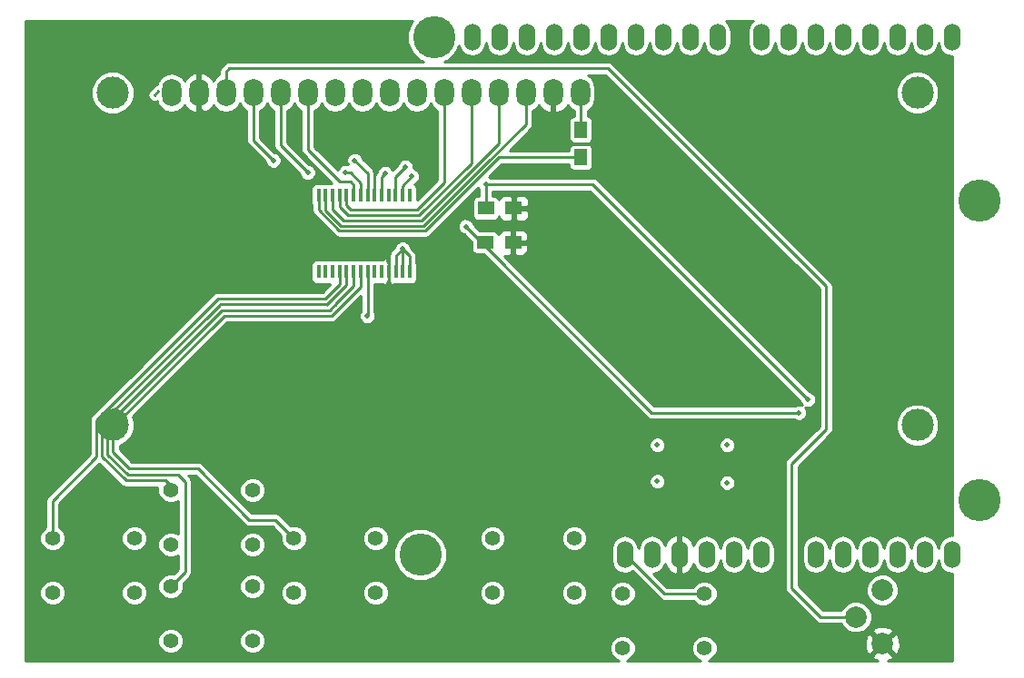
<source format=gbl>
%FSLAX34Y34*%
G04 Gerber Fmt 3.4, Leading zero omitted, Abs format*
G04 (created by PCBNEW (2014-05-22 BZR 4885)-product) date Tue 27 May 2014 09:52:33 PM EST*
%MOIN*%
G01*
G70*
G90*
G04 APERTURE LIST*
%ADD10C,0.003937*%
%ADD11C,0.078740*%
%ADD12O,0.060000X0.100000*%
%ADD13C,0.155000*%
%ADD14R,0.016000X0.050000*%
%ADD15R,0.047200X0.059100*%
%ADD16C,0.055000*%
%ADD17O,0.070866X0.102362*%
%ADD18C,0.118110*%
%ADD19R,0.059100X0.047200*%
%ADD20C,0.020000*%
%ADD21C,0.010000*%
G04 APERTURE END LIST*
G54D10*
G54D11*
X76196Y-54250D03*
X77180Y-53265D03*
X77180Y-55234D03*
G54D12*
X79724Y-51952D03*
X78724Y-51952D03*
X77724Y-51952D03*
X74724Y-51952D03*
X75724Y-51952D03*
X76724Y-51952D03*
X72724Y-51952D03*
X71724Y-51952D03*
X70724Y-51952D03*
X68724Y-51952D03*
X67724Y-51952D03*
X79724Y-32952D03*
X78724Y-32952D03*
X77724Y-32952D03*
X76724Y-32952D03*
X75724Y-32952D03*
X74724Y-32952D03*
X73724Y-32952D03*
X72724Y-32952D03*
X71124Y-32952D03*
X70124Y-32952D03*
X69124Y-32952D03*
X68124Y-32952D03*
X67124Y-32952D03*
X66124Y-32952D03*
X65124Y-32952D03*
X64124Y-32952D03*
X69724Y-51952D03*
G54D13*
X80724Y-49952D03*
X80724Y-38952D03*
X60724Y-32952D03*
X60224Y-51952D03*
G54D12*
X63124Y-32952D03*
X62124Y-32952D03*
G54D14*
X56500Y-38775D03*
X56750Y-38775D03*
X57010Y-38775D03*
X57270Y-38775D03*
X57520Y-38775D03*
X57780Y-38775D03*
X58040Y-38775D03*
X58290Y-38775D03*
X58550Y-38775D03*
X58800Y-38775D03*
X59060Y-38775D03*
X59320Y-38775D03*
X59570Y-38775D03*
X59830Y-38775D03*
X59830Y-41575D03*
X59570Y-41575D03*
X59330Y-41575D03*
X59060Y-41575D03*
X58800Y-41575D03*
X58550Y-41575D03*
X58290Y-41575D03*
X58040Y-41575D03*
X57780Y-41575D03*
X57520Y-41575D03*
X57270Y-41575D03*
X57010Y-41575D03*
X56750Y-41575D03*
X56500Y-41575D03*
G54D15*
X66116Y-37374D03*
X66116Y-36350D03*
G54D16*
X49728Y-51362D03*
X49728Y-53362D03*
X46728Y-51362D03*
X46728Y-53362D03*
X54059Y-49590D03*
X54059Y-51590D03*
X51059Y-49590D03*
X51059Y-51590D03*
X54059Y-53133D03*
X54059Y-55133D03*
X51059Y-53133D03*
X51059Y-55133D03*
X58586Y-51362D03*
X58586Y-53362D03*
X55586Y-51362D03*
X55586Y-53362D03*
X65870Y-51362D03*
X65870Y-53362D03*
X62870Y-51362D03*
X62870Y-53362D03*
X67650Y-55400D03*
X67650Y-53400D03*
X70650Y-55400D03*
X70650Y-53400D03*
G54D17*
X51100Y-35000D03*
X52100Y-35000D03*
X53100Y-35000D03*
X54100Y-35000D03*
X55100Y-35000D03*
X56100Y-35000D03*
X57100Y-35000D03*
X58100Y-35000D03*
X59100Y-35000D03*
X60100Y-35000D03*
X61100Y-35000D03*
X62100Y-35000D03*
X63100Y-35000D03*
X64100Y-35000D03*
X65100Y-35000D03*
X66100Y-35000D03*
G54D18*
X48935Y-35000D03*
X48935Y-47205D03*
X78462Y-47205D03*
X78462Y-35000D03*
G54D19*
X63652Y-39242D03*
X62628Y-39242D03*
X63632Y-40496D03*
X62608Y-40496D03*
G54D20*
X71480Y-49320D03*
X71480Y-47940D03*
X68920Y-49270D03*
X68920Y-47940D03*
X53300Y-36750D03*
X57954Y-36764D03*
X57480Y-37920D03*
X56090Y-37930D03*
X57820Y-37480D03*
X54830Y-37480D03*
X58930Y-37950D03*
X59570Y-40740D03*
X59910Y-38070D03*
X61890Y-39910D03*
X74118Y-46750D03*
X58280Y-43200D03*
X62630Y-38370D03*
X59680Y-37720D03*
X74448Y-46266D03*
G54D21*
X68920Y-47930D02*
X68920Y-47940D01*
X50467Y-35079D02*
X50606Y-34940D01*
X66116Y-36350D02*
X66116Y-35016D01*
X66116Y-35016D02*
X66100Y-35000D01*
X58550Y-38775D02*
X58550Y-37360D01*
X52100Y-35550D02*
X52100Y-35000D01*
X53300Y-36750D02*
X52100Y-35550D01*
X58550Y-37360D02*
X57954Y-36764D01*
X59060Y-40974D02*
X58878Y-40792D01*
X59060Y-41575D02*
X59060Y-40974D01*
X59060Y-42180D02*
X59176Y-42296D01*
X59060Y-41575D02*
X59060Y-42180D01*
X64100Y-35000D02*
X64100Y-36148D01*
X64100Y-36148D02*
X62606Y-37642D01*
X56750Y-39330D02*
X56750Y-38775D01*
X57320Y-39900D02*
X56750Y-39330D01*
X60348Y-39900D02*
X57320Y-39900D01*
X62606Y-37642D02*
X60348Y-39900D01*
X63100Y-35000D02*
X63100Y-36865D01*
X63100Y-36865D02*
X61606Y-38359D01*
X57010Y-39290D02*
X57010Y-38775D01*
X57420Y-39700D02*
X57010Y-39290D01*
X60265Y-39700D02*
X57420Y-39700D01*
X61606Y-38359D02*
X60265Y-39700D01*
X62100Y-35000D02*
X62100Y-37582D01*
X60182Y-39500D02*
X57580Y-39500D01*
X57580Y-39500D02*
X57270Y-39190D01*
X57270Y-39190D02*
X57270Y-38775D01*
X62100Y-37582D02*
X60182Y-39500D01*
X61100Y-35000D02*
X61100Y-38300D01*
X60120Y-39280D02*
X57680Y-39280D01*
X57680Y-39280D02*
X57520Y-39120D01*
X57520Y-39120D02*
X57520Y-38775D01*
X61100Y-38300D02*
X60120Y-39280D01*
X56100Y-35000D02*
X56100Y-37090D01*
X56100Y-37090D02*
X57270Y-38260D01*
X57780Y-38380D02*
X57780Y-38775D01*
X57660Y-38260D02*
X57780Y-38380D01*
X57270Y-38260D02*
X57660Y-38260D01*
X57480Y-37920D02*
X57500Y-37940D01*
X57500Y-37940D02*
X57660Y-37940D01*
X57660Y-37940D02*
X58040Y-38320D01*
X58040Y-38775D02*
X58040Y-38320D01*
X55100Y-36940D02*
X56090Y-37930D01*
X55100Y-36940D02*
X55100Y-35000D01*
X57820Y-37480D02*
X58290Y-37950D01*
X58290Y-38775D02*
X58290Y-37950D01*
X54100Y-36750D02*
X54100Y-35000D01*
X54830Y-37480D02*
X54100Y-36750D01*
X76196Y-54250D02*
X74900Y-54250D01*
X53100Y-34218D02*
X53100Y-35000D01*
X53218Y-34100D02*
X53100Y-34218D01*
X67104Y-34100D02*
X53218Y-34100D01*
X75110Y-42106D02*
X67104Y-34100D01*
X75110Y-47356D02*
X75110Y-42106D01*
X73850Y-48616D02*
X75110Y-47356D01*
X73850Y-53200D02*
X73850Y-48616D01*
X74900Y-54250D02*
X73850Y-53200D01*
X58800Y-38775D02*
X58800Y-38080D01*
X58800Y-38080D02*
X58930Y-37950D01*
X59830Y-41575D02*
X59830Y-41000D01*
X59830Y-41000D02*
X59570Y-40740D01*
X59330Y-41575D02*
X59330Y-40980D01*
X59570Y-40740D02*
X59570Y-41575D01*
X59330Y-40980D02*
X59570Y-40740D01*
X64602Y-37374D02*
X64590Y-37362D01*
X64590Y-37362D02*
X63112Y-37362D01*
X56500Y-39306D02*
X56500Y-38775D01*
X57253Y-40060D02*
X56500Y-39306D01*
X60414Y-40060D02*
X57253Y-40060D01*
X63112Y-37362D02*
X60414Y-40060D01*
X66116Y-37374D02*
X64602Y-37374D01*
X59570Y-38410D02*
X59570Y-38775D01*
X59910Y-38070D02*
X59570Y-38410D01*
X62460Y-40480D02*
X61890Y-39910D01*
X62628Y-40480D02*
X62460Y-40480D01*
X68706Y-46750D02*
X74118Y-46750D01*
X62628Y-40672D02*
X68706Y-46750D01*
X62628Y-40480D02*
X62628Y-40672D01*
X58290Y-43190D02*
X58290Y-41575D01*
X58280Y-43200D02*
X58290Y-43190D01*
X50290Y-48800D02*
X49550Y-48800D01*
X56972Y-43180D02*
X57261Y-42891D01*
X53030Y-43180D02*
X56972Y-43180D01*
X48950Y-47260D02*
X53030Y-43180D01*
X48950Y-48200D02*
X48950Y-47260D01*
X49550Y-48800D02*
X48950Y-48200D01*
X58040Y-41575D02*
X58040Y-42112D01*
X58040Y-42112D02*
X57261Y-42891D01*
X54914Y-50690D02*
X55586Y-51362D01*
X53950Y-50690D02*
X54914Y-50690D01*
X52060Y-48800D02*
X53950Y-50690D01*
X50290Y-48800D02*
X52060Y-48800D01*
X57261Y-42891D02*
X57172Y-42980D01*
X49960Y-49040D02*
X49507Y-49040D01*
X56890Y-42979D02*
X57170Y-42700D01*
X52947Y-42979D02*
X56890Y-42979D01*
X48749Y-47177D02*
X52947Y-42979D01*
X48749Y-48282D02*
X48749Y-47177D01*
X49507Y-49040D02*
X48749Y-48282D01*
X51059Y-53130D02*
X51590Y-52600D01*
X57780Y-42090D02*
X57780Y-41575D01*
X57170Y-42700D02*
X57780Y-42090D01*
X57090Y-42780D02*
X57170Y-42700D01*
X51350Y-49040D02*
X49960Y-49040D01*
X51590Y-49280D02*
X51350Y-49040D01*
X51590Y-52600D02*
X51590Y-49280D01*
X51059Y-53133D02*
X51059Y-53130D01*
X56816Y-42766D02*
X52877Y-42766D01*
X50860Y-49240D02*
X49424Y-49240D01*
X49424Y-49240D02*
X48549Y-48365D01*
X48549Y-48365D02*
X48549Y-47094D01*
X48549Y-47094D02*
X52864Y-42779D01*
X50860Y-49240D02*
X51059Y-49439D01*
X52877Y-42766D02*
X52864Y-42779D01*
X51059Y-49590D02*
X51059Y-49439D01*
X56802Y-42779D02*
X56816Y-42766D01*
X56816Y-42766D02*
X57086Y-42496D01*
X57520Y-41575D02*
X57520Y-42062D01*
X57520Y-42062D02*
X57086Y-42496D01*
X46728Y-51362D02*
X46728Y-49987D01*
X57270Y-42030D02*
X57270Y-41575D01*
X56733Y-42566D02*
X57270Y-42030D01*
X52795Y-42566D02*
X56733Y-42566D01*
X48349Y-47011D02*
X52795Y-42566D01*
X48349Y-48365D02*
X48349Y-47011D01*
X46728Y-49987D02*
X48349Y-48365D01*
X62628Y-38372D02*
X62630Y-38370D01*
X59680Y-37720D02*
X59320Y-38080D01*
X59320Y-38080D02*
X59320Y-38775D01*
X62628Y-39330D02*
X62628Y-38372D01*
X66552Y-38370D02*
X74448Y-46266D01*
X62630Y-38370D02*
X66552Y-38370D01*
X70650Y-53400D02*
X69171Y-53400D01*
X69171Y-53400D02*
X67724Y-51952D01*
X62124Y-32952D02*
X62124Y-33144D01*
G36*
X60850Y-38196D02*
X60110Y-38936D01*
X60110Y-38485D01*
X60079Y-38411D01*
X60023Y-38355D01*
X60014Y-38351D01*
X60079Y-38324D01*
X60164Y-38240D01*
X60209Y-38129D01*
X60210Y-38010D01*
X60164Y-37900D01*
X60080Y-37815D01*
X59979Y-37774D01*
X59980Y-37660D01*
X59934Y-37550D01*
X59850Y-37465D01*
X59739Y-37420D01*
X59620Y-37419D01*
X59510Y-37465D01*
X59425Y-37549D01*
X59380Y-37660D01*
X59380Y-37666D01*
X59208Y-37838D01*
X59184Y-37780D01*
X59100Y-37695D01*
X58989Y-37650D01*
X58870Y-37649D01*
X58760Y-37695D01*
X58675Y-37779D01*
X58630Y-37890D01*
X58630Y-37896D01*
X58623Y-37903D01*
X58569Y-37984D01*
X58550Y-38080D01*
X58550Y-38275D01*
X58540Y-38275D01*
X58540Y-37950D01*
X58520Y-37854D01*
X58466Y-37773D01*
X58120Y-37426D01*
X58120Y-37420D01*
X58074Y-37310D01*
X57990Y-37225D01*
X57879Y-37180D01*
X57760Y-37179D01*
X57650Y-37225D01*
X57565Y-37309D01*
X57520Y-37420D01*
X57519Y-37539D01*
X57556Y-37626D01*
X57539Y-37620D01*
X57420Y-37619D01*
X57310Y-37665D01*
X57225Y-37749D01*
X57192Y-37829D01*
X56350Y-36986D01*
X56350Y-35658D01*
X56491Y-35563D01*
X56600Y-35401D01*
X56708Y-35563D01*
X56887Y-35683D01*
X57100Y-35725D01*
X57312Y-35683D01*
X57491Y-35563D01*
X57600Y-35401D01*
X57708Y-35563D01*
X57887Y-35683D01*
X58100Y-35725D01*
X58312Y-35683D01*
X58491Y-35563D01*
X58600Y-35401D01*
X58708Y-35563D01*
X58887Y-35683D01*
X59100Y-35725D01*
X59312Y-35683D01*
X59491Y-35563D01*
X59600Y-35401D01*
X59708Y-35563D01*
X59887Y-35683D01*
X60100Y-35725D01*
X60312Y-35683D01*
X60491Y-35563D01*
X60600Y-35401D01*
X60708Y-35563D01*
X60850Y-35658D01*
X60850Y-38196D01*
X60850Y-38196D01*
G37*
X60850Y-38196D02*
X60110Y-38936D01*
X60110Y-38485D01*
X60079Y-38411D01*
X60023Y-38355D01*
X60014Y-38351D01*
X60079Y-38324D01*
X60164Y-38240D01*
X60209Y-38129D01*
X60210Y-38010D01*
X60164Y-37900D01*
X60080Y-37815D01*
X59979Y-37774D01*
X59980Y-37660D01*
X59934Y-37550D01*
X59850Y-37465D01*
X59739Y-37420D01*
X59620Y-37419D01*
X59510Y-37465D01*
X59425Y-37549D01*
X59380Y-37660D01*
X59380Y-37666D01*
X59208Y-37838D01*
X59184Y-37780D01*
X59100Y-37695D01*
X58989Y-37650D01*
X58870Y-37649D01*
X58760Y-37695D01*
X58675Y-37779D01*
X58630Y-37890D01*
X58630Y-37896D01*
X58623Y-37903D01*
X58569Y-37984D01*
X58550Y-38080D01*
X58550Y-38275D01*
X58540Y-38275D01*
X58540Y-37950D01*
X58520Y-37854D01*
X58466Y-37773D01*
X58120Y-37426D01*
X58120Y-37420D01*
X58074Y-37310D01*
X57990Y-37225D01*
X57879Y-37180D01*
X57760Y-37179D01*
X57650Y-37225D01*
X57565Y-37309D01*
X57520Y-37420D01*
X57519Y-37539D01*
X57556Y-37626D01*
X57539Y-37620D01*
X57420Y-37619D01*
X57310Y-37665D01*
X57225Y-37749D01*
X57192Y-37829D01*
X56350Y-36986D01*
X56350Y-35658D01*
X56491Y-35563D01*
X56600Y-35401D01*
X56708Y-35563D01*
X56887Y-35683D01*
X57100Y-35725D01*
X57312Y-35683D01*
X57491Y-35563D01*
X57600Y-35401D01*
X57708Y-35563D01*
X57887Y-35683D01*
X58100Y-35725D01*
X58312Y-35683D01*
X58491Y-35563D01*
X58600Y-35401D01*
X58708Y-35563D01*
X58887Y-35683D01*
X59100Y-35725D01*
X59312Y-35683D01*
X59491Y-35563D01*
X59600Y-35401D01*
X59708Y-35563D01*
X59887Y-35683D01*
X60100Y-35725D01*
X60312Y-35683D01*
X60491Y-35563D01*
X60600Y-35401D01*
X60708Y-35563D01*
X60850Y-35658D01*
X60850Y-38196D01*
G36*
X79750Y-55850D02*
X77828Y-55850D01*
X77828Y-55338D01*
X77818Y-55082D01*
X77774Y-54974D01*
X77774Y-53148D01*
X77683Y-52929D01*
X77516Y-52762D01*
X77298Y-52672D01*
X77062Y-52671D01*
X76844Y-52762D01*
X76677Y-52929D01*
X76586Y-53147D01*
X76586Y-53383D01*
X76676Y-53601D01*
X76843Y-53768D01*
X77061Y-53859D01*
X77297Y-53859D01*
X77516Y-53769D01*
X77683Y-53602D01*
X77773Y-53384D01*
X77774Y-53148D01*
X77774Y-54974D01*
X77739Y-54890D01*
X77634Y-54851D01*
X77563Y-54921D01*
X77563Y-54780D01*
X77524Y-54675D01*
X77284Y-54586D01*
X77028Y-54595D01*
X76836Y-54675D01*
X76797Y-54780D01*
X77180Y-55163D01*
X77563Y-54780D01*
X77563Y-54921D01*
X77250Y-55234D01*
X77634Y-55617D01*
X77739Y-55578D01*
X77828Y-55338D01*
X77828Y-55850D01*
X77386Y-55850D01*
X77524Y-55793D01*
X77563Y-55688D01*
X77180Y-55304D01*
X77109Y-55375D01*
X77109Y-55234D01*
X76726Y-54851D01*
X76621Y-54890D01*
X76532Y-55130D01*
X76541Y-55386D01*
X76621Y-55578D01*
X76726Y-55617D01*
X77109Y-55234D01*
X77109Y-55375D01*
X76797Y-55688D01*
X76836Y-55793D01*
X76989Y-55850D01*
X73224Y-55850D01*
X73224Y-52166D01*
X73224Y-51739D01*
X73186Y-51547D01*
X73077Y-51385D01*
X72915Y-51277D01*
X72724Y-51239D01*
X72533Y-51277D01*
X72370Y-51385D01*
X72262Y-51547D01*
X72224Y-51739D01*
X72186Y-51547D01*
X72077Y-51385D01*
X71915Y-51277D01*
X71780Y-51250D01*
X71780Y-49260D01*
X71780Y-47880D01*
X71734Y-47770D01*
X71650Y-47685D01*
X71539Y-47640D01*
X71420Y-47639D01*
X71310Y-47685D01*
X71225Y-47769D01*
X71180Y-47880D01*
X71179Y-47999D01*
X71225Y-48109D01*
X71309Y-48194D01*
X71420Y-48239D01*
X71539Y-48240D01*
X71649Y-48194D01*
X71734Y-48110D01*
X71779Y-47999D01*
X71780Y-47880D01*
X71780Y-49260D01*
X71734Y-49150D01*
X71650Y-49065D01*
X71539Y-49020D01*
X71420Y-49019D01*
X71310Y-49065D01*
X71225Y-49149D01*
X71180Y-49260D01*
X71179Y-49379D01*
X71225Y-49489D01*
X71309Y-49574D01*
X71420Y-49619D01*
X71539Y-49620D01*
X71649Y-49574D01*
X71734Y-49490D01*
X71779Y-49379D01*
X71780Y-49260D01*
X71780Y-51250D01*
X71724Y-51239D01*
X71533Y-51277D01*
X71370Y-51385D01*
X71262Y-51547D01*
X71224Y-51739D01*
X71186Y-51547D01*
X71077Y-51385D01*
X70915Y-51277D01*
X70724Y-51239D01*
X70533Y-51277D01*
X70370Y-51385D01*
X70262Y-51547D01*
X70248Y-51616D01*
X70213Y-51496D01*
X70077Y-51328D01*
X69888Y-51225D01*
X69859Y-51219D01*
X69774Y-51267D01*
X69774Y-51902D01*
X69782Y-51902D01*
X69782Y-52002D01*
X69774Y-52002D01*
X69774Y-52637D01*
X69859Y-52685D01*
X69888Y-52680D01*
X70077Y-52577D01*
X70213Y-52409D01*
X70248Y-52289D01*
X70262Y-52357D01*
X70370Y-52520D01*
X70533Y-52628D01*
X70724Y-52666D01*
X70915Y-52628D01*
X71077Y-52520D01*
X71186Y-52357D01*
X71224Y-52166D01*
X71262Y-52357D01*
X71370Y-52520D01*
X71533Y-52628D01*
X71724Y-52666D01*
X71915Y-52628D01*
X72077Y-52520D01*
X72186Y-52357D01*
X72224Y-52166D01*
X72262Y-52357D01*
X72370Y-52520D01*
X72533Y-52628D01*
X72724Y-52666D01*
X72915Y-52628D01*
X73077Y-52520D01*
X73186Y-52357D01*
X73224Y-52166D01*
X73224Y-55850D01*
X70804Y-55850D01*
X70918Y-55802D01*
X71052Y-55669D01*
X71124Y-55494D01*
X71125Y-55305D01*
X71125Y-53305D01*
X71052Y-53131D01*
X70919Y-52997D01*
X70744Y-52925D01*
X70555Y-52924D01*
X70381Y-52997D01*
X70247Y-53130D01*
X70239Y-53150D01*
X69275Y-53150D01*
X68780Y-52655D01*
X68915Y-52628D01*
X69077Y-52520D01*
X69186Y-52357D01*
X69199Y-52289D01*
X69235Y-52409D01*
X69370Y-52577D01*
X69560Y-52680D01*
X69589Y-52685D01*
X69674Y-52637D01*
X69674Y-52002D01*
X69666Y-52002D01*
X69666Y-51902D01*
X69674Y-51902D01*
X69674Y-51267D01*
X69589Y-51219D01*
X69560Y-51225D01*
X69370Y-51328D01*
X69235Y-51496D01*
X69220Y-51548D01*
X69220Y-49210D01*
X69220Y-47880D01*
X69174Y-47770D01*
X69090Y-47685D01*
X68979Y-47640D01*
X68860Y-47639D01*
X68750Y-47685D01*
X68665Y-47769D01*
X68620Y-47880D01*
X68619Y-47999D01*
X68665Y-48109D01*
X68749Y-48194D01*
X68860Y-48239D01*
X68979Y-48240D01*
X69089Y-48194D01*
X69174Y-48110D01*
X69219Y-47999D01*
X69220Y-47880D01*
X69220Y-49210D01*
X69174Y-49100D01*
X69090Y-49015D01*
X68979Y-48970D01*
X68860Y-48969D01*
X68750Y-49015D01*
X68665Y-49099D01*
X68620Y-49210D01*
X68619Y-49329D01*
X68665Y-49439D01*
X68749Y-49524D01*
X68860Y-49569D01*
X68979Y-49570D01*
X69089Y-49524D01*
X69174Y-49440D01*
X69219Y-49329D01*
X69220Y-49210D01*
X69220Y-51548D01*
X69199Y-51616D01*
X69186Y-51547D01*
X69077Y-51385D01*
X68915Y-51277D01*
X68724Y-51239D01*
X68533Y-51277D01*
X68370Y-51385D01*
X68262Y-51547D01*
X68224Y-51739D01*
X68186Y-51547D01*
X68077Y-51385D01*
X67915Y-51277D01*
X67724Y-51239D01*
X67533Y-51277D01*
X67370Y-51385D01*
X67262Y-51547D01*
X67224Y-51739D01*
X67224Y-52166D01*
X67262Y-52357D01*
X67370Y-52520D01*
X67533Y-52628D01*
X67724Y-52666D01*
X67915Y-52628D01*
X67994Y-52576D01*
X68994Y-53576D01*
X69075Y-53630D01*
X69171Y-53650D01*
X70239Y-53650D01*
X70247Y-53668D01*
X70380Y-53802D01*
X70555Y-53874D01*
X70744Y-53875D01*
X70918Y-53802D01*
X71052Y-53669D01*
X71124Y-53494D01*
X71125Y-53305D01*
X71125Y-55305D01*
X71052Y-55131D01*
X70919Y-54997D01*
X70744Y-54925D01*
X70555Y-54924D01*
X70381Y-54997D01*
X70247Y-55130D01*
X70175Y-55305D01*
X70174Y-55494D01*
X70247Y-55668D01*
X70380Y-55802D01*
X70495Y-55850D01*
X67804Y-55850D01*
X67918Y-55802D01*
X68052Y-55669D01*
X68124Y-55494D01*
X68125Y-55305D01*
X68125Y-53305D01*
X68052Y-53131D01*
X67919Y-52997D01*
X67744Y-52925D01*
X67555Y-52924D01*
X67381Y-52997D01*
X67247Y-53130D01*
X67175Y-53305D01*
X67174Y-53494D01*
X67247Y-53668D01*
X67380Y-53802D01*
X67555Y-53874D01*
X67744Y-53875D01*
X67918Y-53802D01*
X68052Y-53669D01*
X68124Y-53494D01*
X68125Y-53305D01*
X68125Y-55305D01*
X68052Y-55131D01*
X67919Y-54997D01*
X67744Y-54925D01*
X67555Y-54924D01*
X67381Y-54997D01*
X67247Y-55130D01*
X67175Y-55305D01*
X67174Y-55494D01*
X67247Y-55668D01*
X67380Y-55802D01*
X67495Y-55850D01*
X66345Y-55850D01*
X66345Y-53268D01*
X66345Y-51268D01*
X66272Y-51093D01*
X66139Y-50959D01*
X65964Y-50887D01*
X65776Y-50887D01*
X65601Y-50959D01*
X65467Y-51092D01*
X65395Y-51267D01*
X65394Y-51456D01*
X65467Y-51630D01*
X65600Y-51764D01*
X65775Y-51837D01*
X65964Y-51837D01*
X66138Y-51765D01*
X66272Y-51631D01*
X66344Y-51457D01*
X66345Y-51268D01*
X66345Y-53268D01*
X66272Y-53093D01*
X66139Y-52959D01*
X65964Y-52887D01*
X65776Y-52887D01*
X65601Y-52959D01*
X65467Y-53092D01*
X65395Y-53267D01*
X65394Y-53456D01*
X65467Y-53630D01*
X65600Y-53764D01*
X65775Y-53837D01*
X65964Y-53837D01*
X66138Y-53765D01*
X66272Y-53631D01*
X66344Y-53457D01*
X66345Y-53268D01*
X66345Y-55850D01*
X63345Y-55850D01*
X63345Y-53268D01*
X63345Y-51268D01*
X63272Y-51093D01*
X63139Y-50959D01*
X62964Y-50887D01*
X62776Y-50887D01*
X62601Y-50959D01*
X62467Y-51092D01*
X62395Y-51267D01*
X62394Y-51456D01*
X62467Y-51630D01*
X62600Y-51764D01*
X62775Y-51837D01*
X62964Y-51837D01*
X63138Y-51765D01*
X63272Y-51631D01*
X63344Y-51457D01*
X63345Y-51268D01*
X63345Y-53268D01*
X63272Y-53093D01*
X63139Y-52959D01*
X62964Y-52887D01*
X62776Y-52887D01*
X62601Y-52959D01*
X62467Y-53092D01*
X62395Y-53267D01*
X62394Y-53456D01*
X62467Y-53630D01*
X62600Y-53764D01*
X62775Y-53837D01*
X62964Y-53837D01*
X63138Y-53765D01*
X63272Y-53631D01*
X63344Y-53457D01*
X63345Y-53268D01*
X63345Y-55850D01*
X61199Y-55850D01*
X61199Y-51759D01*
X61051Y-51401D01*
X60777Y-51126D01*
X60419Y-50977D01*
X60110Y-50977D01*
X60110Y-41864D01*
X60110Y-41785D01*
X60110Y-41285D01*
X60080Y-41212D01*
X60080Y-41000D01*
X60080Y-41000D01*
X60080Y-41000D01*
X60060Y-40904D01*
X60006Y-40823D01*
X59870Y-40686D01*
X59870Y-40680D01*
X59824Y-40570D01*
X59740Y-40485D01*
X59629Y-40440D01*
X59510Y-40439D01*
X59400Y-40485D01*
X59315Y-40569D01*
X59270Y-40680D01*
X59270Y-40686D01*
X59153Y-40803D01*
X59099Y-40884D01*
X59080Y-40980D01*
X59080Y-41212D01*
X59065Y-41249D01*
X59049Y-41211D01*
X59020Y-41182D01*
X59020Y-41137D01*
X58957Y-41075D01*
X58930Y-41075D01*
X58838Y-41113D01*
X58826Y-41125D01*
X58680Y-41125D01*
X58675Y-41127D01*
X58669Y-41125D01*
X58590Y-41125D01*
X58430Y-41125D01*
X58420Y-41129D01*
X58409Y-41125D01*
X58330Y-41125D01*
X58170Y-41125D01*
X58165Y-41127D01*
X58159Y-41125D01*
X58080Y-41125D01*
X57920Y-41125D01*
X57910Y-41129D01*
X57899Y-41125D01*
X57820Y-41125D01*
X57660Y-41125D01*
X57650Y-41129D01*
X57639Y-41125D01*
X57560Y-41125D01*
X57400Y-41125D01*
X57395Y-41127D01*
X57389Y-41125D01*
X57310Y-41125D01*
X57150Y-41125D01*
X57140Y-41129D01*
X57129Y-41125D01*
X57050Y-41125D01*
X56890Y-41125D01*
X56880Y-41129D01*
X56869Y-41125D01*
X56790Y-41125D01*
X56630Y-41125D01*
X56625Y-41127D01*
X56619Y-41125D01*
X56540Y-41125D01*
X56380Y-41125D01*
X56306Y-41155D01*
X56250Y-41211D01*
X56220Y-41285D01*
X56220Y-41364D01*
X56220Y-41864D01*
X56250Y-41938D01*
X56306Y-41994D01*
X56380Y-42025D01*
X56459Y-42025D01*
X56619Y-42025D01*
X56624Y-42022D01*
X56630Y-42025D01*
X56709Y-42025D01*
X56869Y-42025D01*
X56879Y-42020D01*
X56890Y-42025D01*
X56921Y-42025D01*
X56630Y-42316D01*
X52795Y-42316D01*
X52699Y-42335D01*
X52618Y-42389D01*
X52050Y-42957D01*
X52050Y-35696D01*
X52050Y-35050D01*
X52042Y-35050D01*
X52042Y-34950D01*
X52050Y-34950D01*
X52050Y-34303D01*
X51956Y-34255D01*
X51914Y-34265D01*
X51708Y-34379D01*
X51570Y-34553D01*
X51491Y-34436D01*
X51312Y-34316D01*
X51100Y-34274D01*
X50887Y-34316D01*
X50708Y-34436D01*
X50587Y-34616D01*
X50571Y-34697D01*
X50510Y-34709D01*
X50429Y-34764D01*
X50291Y-34902D01*
X50236Y-34983D01*
X50217Y-35079D01*
X50236Y-35174D01*
X50291Y-35256D01*
X50372Y-35310D01*
X50467Y-35329D01*
X50563Y-35310D01*
X50572Y-35304D01*
X50587Y-35383D01*
X50708Y-35563D01*
X50887Y-35683D01*
X51100Y-35725D01*
X51312Y-35683D01*
X51491Y-35563D01*
X51570Y-35446D01*
X51708Y-35620D01*
X51914Y-35734D01*
X51956Y-35744D01*
X52050Y-35696D01*
X52050Y-42957D01*
X49725Y-45282D01*
X49725Y-34843D01*
X49605Y-34552D01*
X49383Y-34330D01*
X49092Y-34209D01*
X48778Y-34209D01*
X48487Y-34329D01*
X48265Y-34551D01*
X48144Y-34842D01*
X48144Y-35156D01*
X48264Y-35447D01*
X48486Y-35669D01*
X48777Y-35790D01*
X49091Y-35790D01*
X49382Y-35670D01*
X49604Y-35448D01*
X49725Y-35157D01*
X49725Y-34843D01*
X49725Y-45282D01*
X48173Y-46834D01*
X48119Y-46915D01*
X48099Y-47011D01*
X48099Y-48262D01*
X46551Y-49810D01*
X46497Y-49891D01*
X46478Y-49987D01*
X46478Y-50951D01*
X46459Y-50959D01*
X46325Y-51092D01*
X46253Y-51267D01*
X46253Y-51456D01*
X46325Y-51630D01*
X46458Y-51764D01*
X46633Y-51837D01*
X46822Y-51837D01*
X46997Y-51765D01*
X47130Y-51631D01*
X47203Y-51457D01*
X47203Y-51268D01*
X47131Y-51093D01*
X46997Y-50959D01*
X46978Y-50951D01*
X46978Y-50090D01*
X48449Y-48619D01*
X49247Y-49416D01*
X49328Y-49470D01*
X49424Y-49490D01*
X50586Y-49490D01*
X50584Y-49495D01*
X50583Y-49684D01*
X50656Y-49859D01*
X50789Y-49993D01*
X50964Y-50065D01*
X51153Y-50065D01*
X51327Y-49993D01*
X51340Y-49981D01*
X51340Y-51199D01*
X51328Y-51188D01*
X51153Y-51115D01*
X50964Y-51115D01*
X50790Y-51187D01*
X50656Y-51321D01*
X50584Y-51495D01*
X50583Y-51684D01*
X50656Y-51859D01*
X50789Y-51993D01*
X50964Y-52065D01*
X51153Y-52065D01*
X51327Y-51993D01*
X51340Y-51981D01*
X51340Y-52496D01*
X51170Y-52665D01*
X51153Y-52658D01*
X50964Y-52658D01*
X50790Y-52730D01*
X50656Y-52864D01*
X50584Y-53038D01*
X50583Y-53227D01*
X50656Y-53402D01*
X50789Y-53536D01*
X50964Y-53608D01*
X51153Y-53608D01*
X51327Y-53536D01*
X51461Y-53403D01*
X51533Y-53228D01*
X51534Y-53039D01*
X51525Y-53018D01*
X51766Y-52776D01*
X51820Y-52695D01*
X51820Y-52695D01*
X51840Y-52600D01*
X51840Y-49280D01*
X51840Y-49280D01*
X51840Y-49280D01*
X51820Y-49184D01*
X51766Y-49103D01*
X51713Y-49050D01*
X51956Y-49050D01*
X53773Y-50866D01*
X53854Y-50920D01*
X53950Y-50940D01*
X53950Y-50940D01*
X53950Y-50940D01*
X54810Y-50940D01*
X55119Y-51248D01*
X55111Y-51267D01*
X55111Y-51456D01*
X55183Y-51630D01*
X55317Y-51764D01*
X55491Y-51837D01*
X55680Y-51837D01*
X55855Y-51765D01*
X55989Y-51631D01*
X56061Y-51457D01*
X56061Y-51268D01*
X55989Y-51093D01*
X55856Y-50959D01*
X55681Y-50887D01*
X55492Y-50887D01*
X55473Y-50895D01*
X55091Y-50513D01*
X55010Y-50459D01*
X54914Y-50440D01*
X54534Y-50440D01*
X54534Y-49496D01*
X54461Y-49321D01*
X54328Y-49188D01*
X54153Y-49115D01*
X53964Y-49115D01*
X53790Y-49187D01*
X53656Y-49321D01*
X53584Y-49495D01*
X53583Y-49684D01*
X53656Y-49859D01*
X53789Y-49993D01*
X53964Y-50065D01*
X54153Y-50065D01*
X54327Y-49993D01*
X54461Y-49859D01*
X54533Y-49685D01*
X54534Y-49496D01*
X54534Y-50440D01*
X54053Y-50440D01*
X52236Y-48623D01*
X52155Y-48569D01*
X52060Y-48550D01*
X50290Y-48550D01*
X49653Y-48550D01*
X49200Y-48096D01*
X49200Y-47950D01*
X49382Y-47875D01*
X49604Y-47653D01*
X49725Y-47362D01*
X49725Y-47048D01*
X49664Y-46899D01*
X53133Y-43430D01*
X56972Y-43430D01*
X57068Y-43410D01*
X57149Y-43356D01*
X57349Y-43156D01*
X57438Y-43068D01*
X58040Y-42466D01*
X58040Y-43015D01*
X58025Y-43029D01*
X57980Y-43140D01*
X57979Y-43259D01*
X58025Y-43369D01*
X58109Y-43454D01*
X58220Y-43499D01*
X58339Y-43500D01*
X58449Y-43454D01*
X58534Y-43370D01*
X58579Y-43259D01*
X58580Y-43140D01*
X58540Y-43043D01*
X58540Y-42025D01*
X58669Y-42025D01*
X58674Y-42022D01*
X58680Y-42025D01*
X58759Y-42025D01*
X58826Y-42025D01*
X58838Y-42036D01*
X58930Y-42075D01*
X58957Y-42075D01*
X59020Y-42012D01*
X59020Y-41967D01*
X59049Y-41938D01*
X59064Y-41900D01*
X59080Y-41938D01*
X59100Y-41957D01*
X59100Y-42012D01*
X59162Y-42075D01*
X59189Y-42075D01*
X59281Y-42036D01*
X59293Y-42025D01*
X59449Y-42025D01*
X59449Y-42024D01*
X59450Y-42025D01*
X59529Y-42025D01*
X59689Y-42025D01*
X59699Y-42020D01*
X59710Y-42025D01*
X59789Y-42025D01*
X59949Y-42025D01*
X60023Y-41994D01*
X60079Y-41938D01*
X60110Y-41864D01*
X60110Y-50977D01*
X60031Y-50977D01*
X59672Y-51125D01*
X59398Y-51399D01*
X59249Y-51757D01*
X59249Y-52145D01*
X59397Y-52504D01*
X59671Y-52778D01*
X60029Y-52927D01*
X60417Y-52927D01*
X60775Y-52779D01*
X61050Y-52505D01*
X61199Y-52147D01*
X61199Y-51759D01*
X61199Y-55850D01*
X59061Y-55850D01*
X59061Y-53268D01*
X59061Y-51268D01*
X58989Y-51093D01*
X58856Y-50959D01*
X58681Y-50887D01*
X58492Y-50887D01*
X58317Y-50959D01*
X58184Y-51092D01*
X58111Y-51267D01*
X58111Y-51456D01*
X58183Y-51630D01*
X58317Y-51764D01*
X58491Y-51837D01*
X58680Y-51837D01*
X58855Y-51765D01*
X58989Y-51631D01*
X59061Y-51457D01*
X59061Y-51268D01*
X59061Y-53268D01*
X58989Y-53093D01*
X58856Y-52959D01*
X58681Y-52887D01*
X58492Y-52887D01*
X58317Y-52959D01*
X58184Y-53092D01*
X58111Y-53267D01*
X58111Y-53456D01*
X58183Y-53630D01*
X58317Y-53764D01*
X58491Y-53837D01*
X58680Y-53837D01*
X58855Y-53765D01*
X58989Y-53631D01*
X59061Y-53457D01*
X59061Y-53268D01*
X59061Y-55850D01*
X56061Y-55850D01*
X56061Y-53268D01*
X55989Y-53093D01*
X55856Y-52959D01*
X55681Y-52887D01*
X55492Y-52887D01*
X55317Y-52959D01*
X55184Y-53092D01*
X55111Y-53267D01*
X55111Y-53456D01*
X55183Y-53630D01*
X55317Y-53764D01*
X55491Y-53837D01*
X55680Y-53837D01*
X55855Y-53765D01*
X55989Y-53631D01*
X56061Y-53457D01*
X56061Y-53268D01*
X56061Y-55850D01*
X54534Y-55850D01*
X54534Y-55039D01*
X54534Y-53039D01*
X54534Y-51496D01*
X54461Y-51321D01*
X54328Y-51188D01*
X54153Y-51115D01*
X53964Y-51115D01*
X53790Y-51187D01*
X53656Y-51321D01*
X53584Y-51495D01*
X53583Y-51684D01*
X53656Y-51859D01*
X53789Y-51993D01*
X53964Y-52065D01*
X54153Y-52065D01*
X54327Y-51993D01*
X54461Y-51859D01*
X54533Y-51685D01*
X54534Y-51496D01*
X54534Y-53039D01*
X54461Y-52865D01*
X54328Y-52731D01*
X54153Y-52658D01*
X53964Y-52658D01*
X53790Y-52730D01*
X53656Y-52864D01*
X53584Y-53038D01*
X53583Y-53227D01*
X53656Y-53402D01*
X53789Y-53536D01*
X53964Y-53608D01*
X54153Y-53608D01*
X54327Y-53536D01*
X54461Y-53403D01*
X54533Y-53228D01*
X54534Y-53039D01*
X54534Y-55039D01*
X54461Y-54865D01*
X54328Y-54731D01*
X54153Y-54658D01*
X53964Y-54658D01*
X53790Y-54730D01*
X53656Y-54864D01*
X53584Y-55038D01*
X53583Y-55227D01*
X53656Y-55402D01*
X53789Y-55536D01*
X53964Y-55608D01*
X54153Y-55608D01*
X54327Y-55536D01*
X54461Y-55403D01*
X54533Y-55228D01*
X54534Y-55039D01*
X54534Y-55850D01*
X51534Y-55850D01*
X51534Y-55039D01*
X51461Y-54865D01*
X51328Y-54731D01*
X51153Y-54658D01*
X50964Y-54658D01*
X50790Y-54730D01*
X50656Y-54864D01*
X50584Y-55038D01*
X50583Y-55227D01*
X50656Y-55402D01*
X50789Y-55536D01*
X50964Y-55608D01*
X51153Y-55608D01*
X51327Y-55536D01*
X51461Y-55403D01*
X51533Y-55228D01*
X51534Y-55039D01*
X51534Y-55850D01*
X50203Y-55850D01*
X50203Y-53268D01*
X50203Y-51268D01*
X50131Y-51093D01*
X49997Y-50959D01*
X49823Y-50887D01*
X49634Y-50887D01*
X49459Y-50959D01*
X49325Y-51092D01*
X49253Y-51267D01*
X49253Y-51456D01*
X49325Y-51630D01*
X49458Y-51764D01*
X49633Y-51837D01*
X49822Y-51837D01*
X49997Y-51765D01*
X50130Y-51631D01*
X50203Y-51457D01*
X50203Y-51268D01*
X50203Y-53268D01*
X50131Y-53093D01*
X49997Y-52959D01*
X49823Y-52887D01*
X49634Y-52887D01*
X49459Y-52959D01*
X49325Y-53092D01*
X49253Y-53267D01*
X49253Y-53456D01*
X49325Y-53630D01*
X49458Y-53764D01*
X49633Y-53837D01*
X49822Y-53837D01*
X49997Y-53765D01*
X50130Y-53631D01*
X50203Y-53457D01*
X50203Y-53268D01*
X50203Y-55850D01*
X47203Y-55850D01*
X47203Y-53268D01*
X47131Y-53093D01*
X46997Y-52959D01*
X46823Y-52887D01*
X46634Y-52887D01*
X46459Y-52959D01*
X46325Y-53092D01*
X46253Y-53267D01*
X46253Y-53456D01*
X46325Y-53630D01*
X46458Y-53764D01*
X46633Y-53837D01*
X46822Y-53837D01*
X46997Y-53765D01*
X47130Y-53631D01*
X47203Y-53457D01*
X47203Y-53268D01*
X47203Y-55850D01*
X45750Y-55850D01*
X45750Y-32350D01*
X59948Y-32350D01*
X59898Y-32399D01*
X59749Y-32757D01*
X59749Y-33145D01*
X59897Y-33504D01*
X60171Y-33778D01*
X60342Y-33850D01*
X53218Y-33850D01*
X53122Y-33869D01*
X53041Y-33923D01*
X52923Y-34041D01*
X52869Y-34122D01*
X52850Y-34218D01*
X52850Y-34341D01*
X52708Y-34436D01*
X52629Y-34553D01*
X52491Y-34379D01*
X52285Y-34265D01*
X52243Y-34255D01*
X52150Y-34303D01*
X52150Y-34950D01*
X52157Y-34950D01*
X52157Y-35050D01*
X52150Y-35050D01*
X52150Y-35696D01*
X52243Y-35744D01*
X52285Y-35734D01*
X52491Y-35620D01*
X52629Y-35446D01*
X52708Y-35563D01*
X52887Y-35683D01*
X53100Y-35725D01*
X53312Y-35683D01*
X53491Y-35563D01*
X53600Y-35401D01*
X53708Y-35563D01*
X53850Y-35658D01*
X53850Y-36750D01*
X53869Y-36845D01*
X53923Y-36926D01*
X54529Y-37533D01*
X54529Y-37539D01*
X54575Y-37649D01*
X54659Y-37734D01*
X54770Y-37779D01*
X54889Y-37780D01*
X54999Y-37734D01*
X55084Y-37650D01*
X55129Y-37539D01*
X55130Y-37420D01*
X55084Y-37310D01*
X55000Y-37225D01*
X54889Y-37180D01*
X54883Y-37180D01*
X54350Y-36646D01*
X54350Y-35658D01*
X54491Y-35563D01*
X54600Y-35401D01*
X54708Y-35563D01*
X54850Y-35658D01*
X54850Y-36940D01*
X54869Y-37035D01*
X54923Y-37116D01*
X55789Y-37983D01*
X55789Y-37989D01*
X55835Y-38099D01*
X55919Y-38184D01*
X56030Y-38229D01*
X56149Y-38230D01*
X56259Y-38184D01*
X56344Y-38100D01*
X56389Y-37989D01*
X56390Y-37870D01*
X56344Y-37760D01*
X56260Y-37675D01*
X56149Y-37630D01*
X56143Y-37630D01*
X55350Y-36836D01*
X55350Y-35658D01*
X55491Y-35563D01*
X55600Y-35401D01*
X55708Y-35563D01*
X55850Y-35658D01*
X55850Y-37090D01*
X55869Y-37185D01*
X55923Y-37266D01*
X56981Y-38325D01*
X56890Y-38325D01*
X56880Y-38329D01*
X56869Y-38325D01*
X56790Y-38325D01*
X56630Y-38325D01*
X56625Y-38327D01*
X56619Y-38325D01*
X56540Y-38325D01*
X56380Y-38325D01*
X56306Y-38355D01*
X56250Y-38411D01*
X56220Y-38485D01*
X56220Y-38564D01*
X56220Y-39064D01*
X56250Y-39137D01*
X56250Y-39306D01*
X56269Y-39401D01*
X56323Y-39483D01*
X57076Y-40236D01*
X57158Y-40290D01*
X57253Y-40310D01*
X60414Y-40310D01*
X60510Y-40290D01*
X60591Y-40236D01*
X62350Y-38478D01*
X62375Y-38539D01*
X62378Y-38542D01*
X62378Y-38806D01*
X62292Y-38806D01*
X62219Y-38836D01*
X62162Y-38892D01*
X62132Y-38966D01*
X62132Y-39045D01*
X62132Y-39517D01*
X62162Y-39591D01*
X62219Y-39647D01*
X62292Y-39678D01*
X62372Y-39678D01*
X62963Y-39678D01*
X63036Y-39647D01*
X63093Y-39591D01*
X63112Y-39543D01*
X63144Y-39619D01*
X63214Y-39689D01*
X63306Y-39728D01*
X63539Y-39728D01*
X63602Y-39665D01*
X63602Y-39292D01*
X63594Y-39292D01*
X63594Y-39192D01*
X63602Y-39192D01*
X63602Y-38818D01*
X63539Y-38756D01*
X63306Y-38756D01*
X63214Y-38794D01*
X63144Y-38864D01*
X63112Y-38940D01*
X63093Y-38892D01*
X63036Y-38836D01*
X62963Y-38806D01*
X62883Y-38806D01*
X62878Y-38806D01*
X62878Y-38620D01*
X66448Y-38620D01*
X74147Y-46319D01*
X74147Y-46325D01*
X74193Y-46435D01*
X74229Y-46471D01*
X74177Y-46450D01*
X74058Y-46449D01*
X73948Y-46495D01*
X73943Y-46500D01*
X68809Y-46500D01*
X64197Y-41887D01*
X64197Y-39527D01*
X64197Y-39428D01*
X64197Y-39354D01*
X64197Y-39129D01*
X64197Y-39055D01*
X64197Y-38956D01*
X64159Y-38864D01*
X64089Y-38794D01*
X63997Y-38756D01*
X63764Y-38756D01*
X63702Y-38818D01*
X63702Y-39192D01*
X64135Y-39192D01*
X64197Y-39129D01*
X64197Y-39354D01*
X64135Y-39292D01*
X63702Y-39292D01*
X63702Y-39665D01*
X63764Y-39728D01*
X63997Y-39728D01*
X64089Y-39689D01*
X64159Y-39619D01*
X64197Y-39527D01*
X64197Y-41887D01*
X64177Y-41867D01*
X64177Y-40781D01*
X64177Y-40682D01*
X64177Y-40608D01*
X64177Y-40383D01*
X64177Y-40309D01*
X64177Y-40210D01*
X64139Y-40118D01*
X64069Y-40048D01*
X63977Y-40010D01*
X63744Y-40010D01*
X63682Y-40072D01*
X63682Y-40446D01*
X64115Y-40446D01*
X64177Y-40383D01*
X64177Y-40608D01*
X64115Y-40546D01*
X63682Y-40546D01*
X63682Y-40919D01*
X63744Y-40982D01*
X63977Y-40982D01*
X64069Y-40943D01*
X64139Y-40873D01*
X64177Y-40781D01*
X64177Y-41867D01*
X63291Y-40982D01*
X63519Y-40982D01*
X63582Y-40919D01*
X63582Y-40546D01*
X63574Y-40546D01*
X63574Y-40446D01*
X63582Y-40446D01*
X63582Y-40072D01*
X63519Y-40010D01*
X63286Y-40010D01*
X63194Y-40048D01*
X63124Y-40118D01*
X63092Y-40194D01*
X63073Y-40146D01*
X63016Y-40090D01*
X62943Y-40060D01*
X62863Y-40060D01*
X62393Y-40060D01*
X62190Y-39856D01*
X62190Y-39850D01*
X62144Y-39740D01*
X62060Y-39655D01*
X61949Y-39610D01*
X61830Y-39609D01*
X61720Y-39655D01*
X61635Y-39739D01*
X61590Y-39850D01*
X61589Y-39969D01*
X61635Y-40079D01*
X61719Y-40164D01*
X61830Y-40209D01*
X61836Y-40209D01*
X62112Y-40486D01*
X62112Y-40771D01*
X62142Y-40845D01*
X62199Y-40901D01*
X62272Y-40932D01*
X62352Y-40932D01*
X62534Y-40932D01*
X68529Y-46926D01*
X68610Y-46980D01*
X68706Y-47000D01*
X73943Y-47000D01*
X73947Y-47004D01*
X74058Y-47049D01*
X74177Y-47050D01*
X74287Y-47004D01*
X74372Y-46920D01*
X74417Y-46809D01*
X74418Y-46690D01*
X74372Y-46580D01*
X74336Y-46544D01*
X74388Y-46565D01*
X74507Y-46566D01*
X74617Y-46520D01*
X74702Y-46436D01*
X74747Y-46325D01*
X74748Y-46206D01*
X74702Y-46096D01*
X74618Y-46011D01*
X74507Y-45966D01*
X74501Y-45966D01*
X66728Y-38193D01*
X66647Y-38139D01*
X66552Y-38120D01*
X62804Y-38120D01*
X62800Y-38115D01*
X62738Y-38090D01*
X63216Y-37612D01*
X64541Y-37612D01*
X64602Y-37624D01*
X65680Y-37624D01*
X65680Y-37709D01*
X65710Y-37782D01*
X65766Y-37839D01*
X65840Y-37869D01*
X65919Y-37869D01*
X66391Y-37869D01*
X66465Y-37839D01*
X66521Y-37782D01*
X66552Y-37709D01*
X66552Y-37629D01*
X66552Y-37038D01*
X66521Y-36965D01*
X66465Y-36908D01*
X66391Y-36878D01*
X66312Y-36878D01*
X65840Y-36878D01*
X65766Y-36908D01*
X65710Y-36965D01*
X65680Y-37038D01*
X65680Y-37118D01*
X65680Y-37124D01*
X64650Y-37124D01*
X64590Y-37112D01*
X63490Y-37112D01*
X64276Y-36325D01*
X64330Y-36244D01*
X64350Y-36148D01*
X64350Y-35658D01*
X64491Y-35563D01*
X64570Y-35446D01*
X64708Y-35620D01*
X64914Y-35734D01*
X64956Y-35744D01*
X65050Y-35696D01*
X65050Y-35050D01*
X65042Y-35050D01*
X65042Y-34950D01*
X65050Y-34950D01*
X65050Y-34942D01*
X65150Y-34942D01*
X65150Y-34950D01*
X65157Y-34950D01*
X65157Y-35050D01*
X65150Y-35050D01*
X65150Y-35696D01*
X65243Y-35744D01*
X65285Y-35734D01*
X65491Y-35620D01*
X65629Y-35446D01*
X65708Y-35563D01*
X65866Y-35668D01*
X65866Y-35854D01*
X65840Y-35854D01*
X65766Y-35884D01*
X65710Y-35941D01*
X65680Y-36014D01*
X65680Y-36094D01*
X65680Y-36685D01*
X65710Y-36758D01*
X65766Y-36815D01*
X65840Y-36845D01*
X65919Y-36845D01*
X66391Y-36845D01*
X66465Y-36815D01*
X66521Y-36758D01*
X66552Y-36685D01*
X66552Y-36605D01*
X66552Y-36014D01*
X66521Y-35941D01*
X66465Y-35884D01*
X66391Y-35854D01*
X66366Y-35854D01*
X66366Y-35647D01*
X66491Y-35563D01*
X66612Y-35383D01*
X66654Y-35171D01*
X66654Y-34828D01*
X66612Y-34616D01*
X66491Y-34436D01*
X66362Y-34350D01*
X67000Y-34350D01*
X74860Y-42209D01*
X74860Y-47252D01*
X73673Y-48439D01*
X73619Y-48520D01*
X73600Y-48616D01*
X73600Y-53200D01*
X73619Y-53295D01*
X73673Y-53376D01*
X74723Y-54426D01*
X74804Y-54480D01*
X74900Y-54500D01*
X74900Y-54500D01*
X74900Y-54500D01*
X75656Y-54500D01*
X75692Y-54585D01*
X75859Y-54753D01*
X76077Y-54843D01*
X76313Y-54843D01*
X76531Y-54753D01*
X76699Y-54586D01*
X76789Y-54368D01*
X76789Y-54132D01*
X76699Y-53914D01*
X76532Y-53746D01*
X76314Y-53656D01*
X76078Y-53656D01*
X75860Y-53746D01*
X75692Y-53913D01*
X75656Y-54000D01*
X75003Y-54000D01*
X74100Y-53096D01*
X74100Y-48719D01*
X75286Y-47532D01*
X75340Y-47451D01*
X75360Y-47356D01*
X75360Y-42106D01*
X75340Y-42010D01*
X75286Y-41929D01*
X67280Y-33923D01*
X67199Y-33869D01*
X67104Y-33850D01*
X61106Y-33850D01*
X61275Y-33779D01*
X61550Y-33505D01*
X61646Y-33275D01*
X61662Y-33357D01*
X61770Y-33520D01*
X61933Y-33628D01*
X62124Y-33666D01*
X62315Y-33628D01*
X62477Y-33520D01*
X62586Y-33357D01*
X62624Y-33166D01*
X62662Y-33357D01*
X62770Y-33520D01*
X62933Y-33628D01*
X63124Y-33666D01*
X63315Y-33628D01*
X63477Y-33520D01*
X63586Y-33357D01*
X63624Y-33166D01*
X63662Y-33357D01*
X63770Y-33520D01*
X63933Y-33628D01*
X64124Y-33666D01*
X64315Y-33628D01*
X64477Y-33520D01*
X64586Y-33357D01*
X64624Y-33166D01*
X64662Y-33357D01*
X64770Y-33520D01*
X64933Y-33628D01*
X65124Y-33666D01*
X65315Y-33628D01*
X65477Y-33520D01*
X65586Y-33357D01*
X65624Y-33166D01*
X65662Y-33357D01*
X65770Y-33520D01*
X65933Y-33628D01*
X66124Y-33666D01*
X66315Y-33628D01*
X66477Y-33520D01*
X66586Y-33357D01*
X66624Y-33166D01*
X66662Y-33357D01*
X66770Y-33520D01*
X66933Y-33628D01*
X67124Y-33666D01*
X67315Y-33628D01*
X67477Y-33520D01*
X67586Y-33357D01*
X67624Y-33166D01*
X67662Y-33357D01*
X67770Y-33520D01*
X67933Y-33628D01*
X68124Y-33666D01*
X68315Y-33628D01*
X68477Y-33520D01*
X68586Y-33357D01*
X68624Y-33166D01*
X68662Y-33357D01*
X68770Y-33520D01*
X68933Y-33628D01*
X69124Y-33666D01*
X69315Y-33628D01*
X69477Y-33520D01*
X69586Y-33357D01*
X69624Y-33166D01*
X69662Y-33357D01*
X69770Y-33520D01*
X69933Y-33628D01*
X70124Y-33666D01*
X70315Y-33628D01*
X70477Y-33520D01*
X70586Y-33357D01*
X70624Y-33166D01*
X70662Y-33357D01*
X70770Y-33520D01*
X70933Y-33628D01*
X71124Y-33666D01*
X71315Y-33628D01*
X71477Y-33520D01*
X71586Y-33357D01*
X71624Y-33166D01*
X71624Y-32739D01*
X71586Y-32547D01*
X71477Y-32385D01*
X71424Y-32350D01*
X72423Y-32350D01*
X72370Y-32385D01*
X72262Y-32547D01*
X72224Y-32739D01*
X72224Y-33166D01*
X72262Y-33357D01*
X72370Y-33520D01*
X72533Y-33628D01*
X72724Y-33666D01*
X72915Y-33628D01*
X73077Y-33520D01*
X73186Y-33357D01*
X73224Y-33166D01*
X73262Y-33357D01*
X73370Y-33520D01*
X73533Y-33628D01*
X73724Y-33666D01*
X73915Y-33628D01*
X74077Y-33520D01*
X74186Y-33357D01*
X74224Y-33166D01*
X74262Y-33357D01*
X74370Y-33520D01*
X74533Y-33628D01*
X74724Y-33666D01*
X74915Y-33628D01*
X75077Y-33520D01*
X75186Y-33357D01*
X75224Y-33166D01*
X75262Y-33357D01*
X75370Y-33520D01*
X75533Y-33628D01*
X75724Y-33666D01*
X75915Y-33628D01*
X76077Y-33520D01*
X76186Y-33357D01*
X76224Y-33166D01*
X76262Y-33357D01*
X76370Y-33520D01*
X76533Y-33628D01*
X76724Y-33666D01*
X76915Y-33628D01*
X77077Y-33520D01*
X77186Y-33357D01*
X77224Y-33166D01*
X77262Y-33357D01*
X77370Y-33520D01*
X77533Y-33628D01*
X77724Y-33666D01*
X77915Y-33628D01*
X78077Y-33520D01*
X78186Y-33357D01*
X78224Y-33166D01*
X78262Y-33357D01*
X78370Y-33520D01*
X78533Y-33628D01*
X78724Y-33666D01*
X78915Y-33628D01*
X79077Y-33520D01*
X79186Y-33357D01*
X79224Y-33166D01*
X79262Y-33357D01*
X79370Y-33520D01*
X79533Y-33628D01*
X79724Y-33666D01*
X79750Y-33661D01*
X79750Y-38756D01*
X79749Y-38757D01*
X79749Y-39145D01*
X79750Y-39147D01*
X79750Y-49756D01*
X79749Y-49757D01*
X79749Y-50145D01*
X79750Y-50147D01*
X79750Y-51244D01*
X79724Y-51239D01*
X79533Y-51277D01*
X79370Y-51385D01*
X79262Y-51547D01*
X79252Y-51596D01*
X79252Y-47048D01*
X79252Y-34843D01*
X79132Y-34552D01*
X78910Y-34330D01*
X78619Y-34209D01*
X78305Y-34209D01*
X78014Y-34329D01*
X77792Y-34551D01*
X77671Y-34842D01*
X77671Y-35156D01*
X77791Y-35447D01*
X78013Y-35669D01*
X78304Y-35790D01*
X78618Y-35790D01*
X78909Y-35670D01*
X79131Y-35448D01*
X79252Y-35157D01*
X79252Y-34843D01*
X79252Y-47048D01*
X79132Y-46757D01*
X78910Y-46535D01*
X78619Y-46414D01*
X78305Y-46414D01*
X78014Y-46534D01*
X77792Y-46756D01*
X77671Y-47047D01*
X77671Y-47361D01*
X77791Y-47652D01*
X78013Y-47874D01*
X78304Y-47995D01*
X78618Y-47995D01*
X78909Y-47875D01*
X79131Y-47653D01*
X79252Y-47362D01*
X79252Y-47048D01*
X79252Y-51596D01*
X79224Y-51739D01*
X79186Y-51547D01*
X79077Y-51385D01*
X78915Y-51277D01*
X78724Y-51239D01*
X78533Y-51277D01*
X78370Y-51385D01*
X78262Y-51547D01*
X78224Y-51739D01*
X78186Y-51547D01*
X78077Y-51385D01*
X77915Y-51277D01*
X77724Y-51239D01*
X77533Y-51277D01*
X77370Y-51385D01*
X77262Y-51547D01*
X77224Y-51739D01*
X77186Y-51547D01*
X77077Y-51385D01*
X76915Y-51277D01*
X76724Y-51239D01*
X76533Y-51277D01*
X76370Y-51385D01*
X76262Y-51547D01*
X76224Y-51739D01*
X76186Y-51547D01*
X76077Y-51385D01*
X75915Y-51277D01*
X75724Y-51239D01*
X75533Y-51277D01*
X75370Y-51385D01*
X75262Y-51547D01*
X75224Y-51739D01*
X75186Y-51547D01*
X75077Y-51385D01*
X74915Y-51277D01*
X74724Y-51239D01*
X74533Y-51277D01*
X74370Y-51385D01*
X74262Y-51547D01*
X74224Y-51739D01*
X74224Y-52166D01*
X74262Y-52357D01*
X74370Y-52520D01*
X74533Y-52628D01*
X74724Y-52666D01*
X74915Y-52628D01*
X75077Y-52520D01*
X75186Y-52357D01*
X75224Y-52166D01*
X75262Y-52357D01*
X75370Y-52520D01*
X75533Y-52628D01*
X75724Y-52666D01*
X75915Y-52628D01*
X76077Y-52520D01*
X76186Y-52357D01*
X76224Y-52166D01*
X76262Y-52357D01*
X76370Y-52520D01*
X76533Y-52628D01*
X76724Y-52666D01*
X76915Y-52628D01*
X77077Y-52520D01*
X77186Y-52357D01*
X77224Y-52166D01*
X77262Y-52357D01*
X77370Y-52520D01*
X77533Y-52628D01*
X77724Y-52666D01*
X77915Y-52628D01*
X78077Y-52520D01*
X78186Y-52357D01*
X78224Y-52166D01*
X78262Y-52357D01*
X78370Y-52520D01*
X78533Y-52628D01*
X78724Y-52666D01*
X78915Y-52628D01*
X79077Y-52520D01*
X79186Y-52357D01*
X79224Y-52166D01*
X79262Y-52357D01*
X79370Y-52520D01*
X79533Y-52628D01*
X79724Y-52666D01*
X79750Y-52661D01*
X79750Y-55850D01*
X79750Y-55850D01*
G37*
X79750Y-55850D02*
X77828Y-55850D01*
X77828Y-55338D01*
X77818Y-55082D01*
X77774Y-54974D01*
X77774Y-53148D01*
X77683Y-52929D01*
X77516Y-52762D01*
X77298Y-52672D01*
X77062Y-52671D01*
X76844Y-52762D01*
X76677Y-52929D01*
X76586Y-53147D01*
X76586Y-53383D01*
X76676Y-53601D01*
X76843Y-53768D01*
X77061Y-53859D01*
X77297Y-53859D01*
X77516Y-53769D01*
X77683Y-53602D01*
X77773Y-53384D01*
X77774Y-53148D01*
X77774Y-54974D01*
X77739Y-54890D01*
X77634Y-54851D01*
X77563Y-54921D01*
X77563Y-54780D01*
X77524Y-54675D01*
X77284Y-54586D01*
X77028Y-54595D01*
X76836Y-54675D01*
X76797Y-54780D01*
X77180Y-55163D01*
X77563Y-54780D01*
X77563Y-54921D01*
X77250Y-55234D01*
X77634Y-55617D01*
X77739Y-55578D01*
X77828Y-55338D01*
X77828Y-55850D01*
X77386Y-55850D01*
X77524Y-55793D01*
X77563Y-55688D01*
X77180Y-55304D01*
X77109Y-55375D01*
X77109Y-55234D01*
X76726Y-54851D01*
X76621Y-54890D01*
X76532Y-55130D01*
X76541Y-55386D01*
X76621Y-55578D01*
X76726Y-55617D01*
X77109Y-55234D01*
X77109Y-55375D01*
X76797Y-55688D01*
X76836Y-55793D01*
X76989Y-55850D01*
X73224Y-55850D01*
X73224Y-52166D01*
X73224Y-51739D01*
X73186Y-51547D01*
X73077Y-51385D01*
X72915Y-51277D01*
X72724Y-51239D01*
X72533Y-51277D01*
X72370Y-51385D01*
X72262Y-51547D01*
X72224Y-51739D01*
X72186Y-51547D01*
X72077Y-51385D01*
X71915Y-51277D01*
X71780Y-51250D01*
X71780Y-49260D01*
X71780Y-47880D01*
X71734Y-47770D01*
X71650Y-47685D01*
X71539Y-47640D01*
X71420Y-47639D01*
X71310Y-47685D01*
X71225Y-47769D01*
X71180Y-47880D01*
X71179Y-47999D01*
X71225Y-48109D01*
X71309Y-48194D01*
X71420Y-48239D01*
X71539Y-48240D01*
X71649Y-48194D01*
X71734Y-48110D01*
X71779Y-47999D01*
X71780Y-47880D01*
X71780Y-49260D01*
X71734Y-49150D01*
X71650Y-49065D01*
X71539Y-49020D01*
X71420Y-49019D01*
X71310Y-49065D01*
X71225Y-49149D01*
X71180Y-49260D01*
X71179Y-49379D01*
X71225Y-49489D01*
X71309Y-49574D01*
X71420Y-49619D01*
X71539Y-49620D01*
X71649Y-49574D01*
X71734Y-49490D01*
X71779Y-49379D01*
X71780Y-49260D01*
X71780Y-51250D01*
X71724Y-51239D01*
X71533Y-51277D01*
X71370Y-51385D01*
X71262Y-51547D01*
X71224Y-51739D01*
X71186Y-51547D01*
X71077Y-51385D01*
X70915Y-51277D01*
X70724Y-51239D01*
X70533Y-51277D01*
X70370Y-51385D01*
X70262Y-51547D01*
X70248Y-51616D01*
X70213Y-51496D01*
X70077Y-51328D01*
X69888Y-51225D01*
X69859Y-51219D01*
X69774Y-51267D01*
X69774Y-51902D01*
X69782Y-51902D01*
X69782Y-52002D01*
X69774Y-52002D01*
X69774Y-52637D01*
X69859Y-52685D01*
X69888Y-52680D01*
X70077Y-52577D01*
X70213Y-52409D01*
X70248Y-52289D01*
X70262Y-52357D01*
X70370Y-52520D01*
X70533Y-52628D01*
X70724Y-52666D01*
X70915Y-52628D01*
X71077Y-52520D01*
X71186Y-52357D01*
X71224Y-52166D01*
X71262Y-52357D01*
X71370Y-52520D01*
X71533Y-52628D01*
X71724Y-52666D01*
X71915Y-52628D01*
X72077Y-52520D01*
X72186Y-52357D01*
X72224Y-52166D01*
X72262Y-52357D01*
X72370Y-52520D01*
X72533Y-52628D01*
X72724Y-52666D01*
X72915Y-52628D01*
X73077Y-52520D01*
X73186Y-52357D01*
X73224Y-52166D01*
X73224Y-55850D01*
X70804Y-55850D01*
X70918Y-55802D01*
X71052Y-55669D01*
X71124Y-55494D01*
X71125Y-55305D01*
X71125Y-53305D01*
X71052Y-53131D01*
X70919Y-52997D01*
X70744Y-52925D01*
X70555Y-52924D01*
X70381Y-52997D01*
X70247Y-53130D01*
X70239Y-53150D01*
X69275Y-53150D01*
X68780Y-52655D01*
X68915Y-52628D01*
X69077Y-52520D01*
X69186Y-52357D01*
X69199Y-52289D01*
X69235Y-52409D01*
X69370Y-52577D01*
X69560Y-52680D01*
X69589Y-52685D01*
X69674Y-52637D01*
X69674Y-52002D01*
X69666Y-52002D01*
X69666Y-51902D01*
X69674Y-51902D01*
X69674Y-51267D01*
X69589Y-51219D01*
X69560Y-51225D01*
X69370Y-51328D01*
X69235Y-51496D01*
X69220Y-51548D01*
X69220Y-49210D01*
X69220Y-47880D01*
X69174Y-47770D01*
X69090Y-47685D01*
X68979Y-47640D01*
X68860Y-47639D01*
X68750Y-47685D01*
X68665Y-47769D01*
X68620Y-47880D01*
X68619Y-47999D01*
X68665Y-48109D01*
X68749Y-48194D01*
X68860Y-48239D01*
X68979Y-48240D01*
X69089Y-48194D01*
X69174Y-48110D01*
X69219Y-47999D01*
X69220Y-47880D01*
X69220Y-49210D01*
X69174Y-49100D01*
X69090Y-49015D01*
X68979Y-48970D01*
X68860Y-48969D01*
X68750Y-49015D01*
X68665Y-49099D01*
X68620Y-49210D01*
X68619Y-49329D01*
X68665Y-49439D01*
X68749Y-49524D01*
X68860Y-49569D01*
X68979Y-49570D01*
X69089Y-49524D01*
X69174Y-49440D01*
X69219Y-49329D01*
X69220Y-49210D01*
X69220Y-51548D01*
X69199Y-51616D01*
X69186Y-51547D01*
X69077Y-51385D01*
X68915Y-51277D01*
X68724Y-51239D01*
X68533Y-51277D01*
X68370Y-51385D01*
X68262Y-51547D01*
X68224Y-51739D01*
X68186Y-51547D01*
X68077Y-51385D01*
X67915Y-51277D01*
X67724Y-51239D01*
X67533Y-51277D01*
X67370Y-51385D01*
X67262Y-51547D01*
X67224Y-51739D01*
X67224Y-52166D01*
X67262Y-52357D01*
X67370Y-52520D01*
X67533Y-52628D01*
X67724Y-52666D01*
X67915Y-52628D01*
X67994Y-52576D01*
X68994Y-53576D01*
X69075Y-53630D01*
X69171Y-53650D01*
X70239Y-53650D01*
X70247Y-53668D01*
X70380Y-53802D01*
X70555Y-53874D01*
X70744Y-53875D01*
X70918Y-53802D01*
X71052Y-53669D01*
X71124Y-53494D01*
X71125Y-53305D01*
X71125Y-55305D01*
X71052Y-55131D01*
X70919Y-54997D01*
X70744Y-54925D01*
X70555Y-54924D01*
X70381Y-54997D01*
X70247Y-55130D01*
X70175Y-55305D01*
X70174Y-55494D01*
X70247Y-55668D01*
X70380Y-55802D01*
X70495Y-55850D01*
X67804Y-55850D01*
X67918Y-55802D01*
X68052Y-55669D01*
X68124Y-55494D01*
X68125Y-55305D01*
X68125Y-53305D01*
X68052Y-53131D01*
X67919Y-52997D01*
X67744Y-52925D01*
X67555Y-52924D01*
X67381Y-52997D01*
X67247Y-53130D01*
X67175Y-53305D01*
X67174Y-53494D01*
X67247Y-53668D01*
X67380Y-53802D01*
X67555Y-53874D01*
X67744Y-53875D01*
X67918Y-53802D01*
X68052Y-53669D01*
X68124Y-53494D01*
X68125Y-53305D01*
X68125Y-55305D01*
X68052Y-55131D01*
X67919Y-54997D01*
X67744Y-54925D01*
X67555Y-54924D01*
X67381Y-54997D01*
X67247Y-55130D01*
X67175Y-55305D01*
X67174Y-55494D01*
X67247Y-55668D01*
X67380Y-55802D01*
X67495Y-55850D01*
X66345Y-55850D01*
X66345Y-53268D01*
X66345Y-51268D01*
X66272Y-51093D01*
X66139Y-50959D01*
X65964Y-50887D01*
X65776Y-50887D01*
X65601Y-50959D01*
X65467Y-51092D01*
X65395Y-51267D01*
X65394Y-51456D01*
X65467Y-51630D01*
X65600Y-51764D01*
X65775Y-51837D01*
X65964Y-51837D01*
X66138Y-51765D01*
X66272Y-51631D01*
X66344Y-51457D01*
X66345Y-51268D01*
X66345Y-53268D01*
X66272Y-53093D01*
X66139Y-52959D01*
X65964Y-52887D01*
X65776Y-52887D01*
X65601Y-52959D01*
X65467Y-53092D01*
X65395Y-53267D01*
X65394Y-53456D01*
X65467Y-53630D01*
X65600Y-53764D01*
X65775Y-53837D01*
X65964Y-53837D01*
X66138Y-53765D01*
X66272Y-53631D01*
X66344Y-53457D01*
X66345Y-53268D01*
X66345Y-55850D01*
X63345Y-55850D01*
X63345Y-53268D01*
X63345Y-51268D01*
X63272Y-51093D01*
X63139Y-50959D01*
X62964Y-50887D01*
X62776Y-50887D01*
X62601Y-50959D01*
X62467Y-51092D01*
X62395Y-51267D01*
X62394Y-51456D01*
X62467Y-51630D01*
X62600Y-51764D01*
X62775Y-51837D01*
X62964Y-51837D01*
X63138Y-51765D01*
X63272Y-51631D01*
X63344Y-51457D01*
X63345Y-51268D01*
X63345Y-53268D01*
X63272Y-53093D01*
X63139Y-52959D01*
X62964Y-52887D01*
X62776Y-52887D01*
X62601Y-52959D01*
X62467Y-53092D01*
X62395Y-53267D01*
X62394Y-53456D01*
X62467Y-53630D01*
X62600Y-53764D01*
X62775Y-53837D01*
X62964Y-53837D01*
X63138Y-53765D01*
X63272Y-53631D01*
X63344Y-53457D01*
X63345Y-53268D01*
X63345Y-55850D01*
X61199Y-55850D01*
X61199Y-51759D01*
X61051Y-51401D01*
X60777Y-51126D01*
X60419Y-50977D01*
X60110Y-50977D01*
X60110Y-41864D01*
X60110Y-41785D01*
X60110Y-41285D01*
X60080Y-41212D01*
X60080Y-41000D01*
X60080Y-41000D01*
X60080Y-41000D01*
X60060Y-40904D01*
X60006Y-40823D01*
X59870Y-40686D01*
X59870Y-40680D01*
X59824Y-40570D01*
X59740Y-40485D01*
X59629Y-40440D01*
X59510Y-40439D01*
X59400Y-40485D01*
X59315Y-40569D01*
X59270Y-40680D01*
X59270Y-40686D01*
X59153Y-40803D01*
X59099Y-40884D01*
X59080Y-40980D01*
X59080Y-41212D01*
X59065Y-41249D01*
X59049Y-41211D01*
X59020Y-41182D01*
X59020Y-41137D01*
X58957Y-41075D01*
X58930Y-41075D01*
X58838Y-41113D01*
X58826Y-41125D01*
X58680Y-41125D01*
X58675Y-41127D01*
X58669Y-41125D01*
X58590Y-41125D01*
X58430Y-41125D01*
X58420Y-41129D01*
X58409Y-41125D01*
X58330Y-41125D01*
X58170Y-41125D01*
X58165Y-41127D01*
X58159Y-41125D01*
X58080Y-41125D01*
X57920Y-41125D01*
X57910Y-41129D01*
X57899Y-41125D01*
X57820Y-41125D01*
X57660Y-41125D01*
X57650Y-41129D01*
X57639Y-41125D01*
X57560Y-41125D01*
X57400Y-41125D01*
X57395Y-41127D01*
X57389Y-41125D01*
X57310Y-41125D01*
X57150Y-41125D01*
X57140Y-41129D01*
X57129Y-41125D01*
X57050Y-41125D01*
X56890Y-41125D01*
X56880Y-41129D01*
X56869Y-41125D01*
X56790Y-41125D01*
X56630Y-41125D01*
X56625Y-41127D01*
X56619Y-41125D01*
X56540Y-41125D01*
X56380Y-41125D01*
X56306Y-41155D01*
X56250Y-41211D01*
X56220Y-41285D01*
X56220Y-41364D01*
X56220Y-41864D01*
X56250Y-41938D01*
X56306Y-41994D01*
X56380Y-42025D01*
X56459Y-42025D01*
X56619Y-42025D01*
X56624Y-42022D01*
X56630Y-42025D01*
X56709Y-42025D01*
X56869Y-42025D01*
X56879Y-42020D01*
X56890Y-42025D01*
X56921Y-42025D01*
X56630Y-42316D01*
X52795Y-42316D01*
X52699Y-42335D01*
X52618Y-42389D01*
X52050Y-42957D01*
X52050Y-35696D01*
X52050Y-35050D01*
X52042Y-35050D01*
X52042Y-34950D01*
X52050Y-34950D01*
X52050Y-34303D01*
X51956Y-34255D01*
X51914Y-34265D01*
X51708Y-34379D01*
X51570Y-34553D01*
X51491Y-34436D01*
X51312Y-34316D01*
X51100Y-34274D01*
X50887Y-34316D01*
X50708Y-34436D01*
X50587Y-34616D01*
X50571Y-34697D01*
X50510Y-34709D01*
X50429Y-34764D01*
X50291Y-34902D01*
X50236Y-34983D01*
X50217Y-35079D01*
X50236Y-35174D01*
X50291Y-35256D01*
X50372Y-35310D01*
X50467Y-35329D01*
X50563Y-35310D01*
X50572Y-35304D01*
X50587Y-35383D01*
X50708Y-35563D01*
X50887Y-35683D01*
X51100Y-35725D01*
X51312Y-35683D01*
X51491Y-35563D01*
X51570Y-35446D01*
X51708Y-35620D01*
X51914Y-35734D01*
X51956Y-35744D01*
X52050Y-35696D01*
X52050Y-42957D01*
X49725Y-45282D01*
X49725Y-34843D01*
X49605Y-34552D01*
X49383Y-34330D01*
X49092Y-34209D01*
X48778Y-34209D01*
X48487Y-34329D01*
X48265Y-34551D01*
X48144Y-34842D01*
X48144Y-35156D01*
X48264Y-35447D01*
X48486Y-35669D01*
X48777Y-35790D01*
X49091Y-35790D01*
X49382Y-35670D01*
X49604Y-35448D01*
X49725Y-35157D01*
X49725Y-34843D01*
X49725Y-45282D01*
X48173Y-46834D01*
X48119Y-46915D01*
X48099Y-47011D01*
X48099Y-48262D01*
X46551Y-49810D01*
X46497Y-49891D01*
X46478Y-49987D01*
X46478Y-50951D01*
X46459Y-50959D01*
X46325Y-51092D01*
X46253Y-51267D01*
X46253Y-51456D01*
X46325Y-51630D01*
X46458Y-51764D01*
X46633Y-51837D01*
X46822Y-51837D01*
X46997Y-51765D01*
X47130Y-51631D01*
X47203Y-51457D01*
X47203Y-51268D01*
X47131Y-51093D01*
X46997Y-50959D01*
X46978Y-50951D01*
X46978Y-50090D01*
X48449Y-48619D01*
X49247Y-49416D01*
X49328Y-49470D01*
X49424Y-49490D01*
X50586Y-49490D01*
X50584Y-49495D01*
X50583Y-49684D01*
X50656Y-49859D01*
X50789Y-49993D01*
X50964Y-50065D01*
X51153Y-50065D01*
X51327Y-49993D01*
X51340Y-49981D01*
X51340Y-51199D01*
X51328Y-51188D01*
X51153Y-51115D01*
X50964Y-51115D01*
X50790Y-51187D01*
X50656Y-51321D01*
X50584Y-51495D01*
X50583Y-51684D01*
X50656Y-51859D01*
X50789Y-51993D01*
X50964Y-52065D01*
X51153Y-52065D01*
X51327Y-51993D01*
X51340Y-51981D01*
X51340Y-52496D01*
X51170Y-52665D01*
X51153Y-52658D01*
X50964Y-52658D01*
X50790Y-52730D01*
X50656Y-52864D01*
X50584Y-53038D01*
X50583Y-53227D01*
X50656Y-53402D01*
X50789Y-53536D01*
X50964Y-53608D01*
X51153Y-53608D01*
X51327Y-53536D01*
X51461Y-53403D01*
X51533Y-53228D01*
X51534Y-53039D01*
X51525Y-53018D01*
X51766Y-52776D01*
X51820Y-52695D01*
X51820Y-52695D01*
X51840Y-52600D01*
X51840Y-49280D01*
X51840Y-49280D01*
X51840Y-49280D01*
X51820Y-49184D01*
X51766Y-49103D01*
X51713Y-49050D01*
X51956Y-49050D01*
X53773Y-50866D01*
X53854Y-50920D01*
X53950Y-50940D01*
X53950Y-50940D01*
X53950Y-50940D01*
X54810Y-50940D01*
X55119Y-51248D01*
X55111Y-51267D01*
X55111Y-51456D01*
X55183Y-51630D01*
X55317Y-51764D01*
X55491Y-51837D01*
X55680Y-51837D01*
X55855Y-51765D01*
X55989Y-51631D01*
X56061Y-51457D01*
X56061Y-51268D01*
X55989Y-51093D01*
X55856Y-50959D01*
X55681Y-50887D01*
X55492Y-50887D01*
X55473Y-50895D01*
X55091Y-50513D01*
X55010Y-50459D01*
X54914Y-50440D01*
X54534Y-50440D01*
X54534Y-49496D01*
X54461Y-49321D01*
X54328Y-49188D01*
X54153Y-49115D01*
X53964Y-49115D01*
X53790Y-49187D01*
X53656Y-49321D01*
X53584Y-49495D01*
X53583Y-49684D01*
X53656Y-49859D01*
X53789Y-49993D01*
X53964Y-50065D01*
X54153Y-50065D01*
X54327Y-49993D01*
X54461Y-49859D01*
X54533Y-49685D01*
X54534Y-49496D01*
X54534Y-50440D01*
X54053Y-50440D01*
X52236Y-48623D01*
X52155Y-48569D01*
X52060Y-48550D01*
X50290Y-48550D01*
X49653Y-48550D01*
X49200Y-48096D01*
X49200Y-47950D01*
X49382Y-47875D01*
X49604Y-47653D01*
X49725Y-47362D01*
X49725Y-47048D01*
X49664Y-46899D01*
X53133Y-43430D01*
X56972Y-43430D01*
X57068Y-43410D01*
X57149Y-43356D01*
X57349Y-43156D01*
X57438Y-43068D01*
X58040Y-42466D01*
X58040Y-43015D01*
X58025Y-43029D01*
X57980Y-43140D01*
X57979Y-43259D01*
X58025Y-43369D01*
X58109Y-43454D01*
X58220Y-43499D01*
X58339Y-43500D01*
X58449Y-43454D01*
X58534Y-43370D01*
X58579Y-43259D01*
X58580Y-43140D01*
X58540Y-43043D01*
X58540Y-42025D01*
X58669Y-42025D01*
X58674Y-42022D01*
X58680Y-42025D01*
X58759Y-42025D01*
X58826Y-42025D01*
X58838Y-42036D01*
X58930Y-42075D01*
X58957Y-42075D01*
X59020Y-42012D01*
X59020Y-41967D01*
X59049Y-41938D01*
X59064Y-41900D01*
X59080Y-41938D01*
X59100Y-41957D01*
X59100Y-42012D01*
X59162Y-42075D01*
X59189Y-42075D01*
X59281Y-42036D01*
X59293Y-42025D01*
X59449Y-42025D01*
X59449Y-42024D01*
X59450Y-42025D01*
X59529Y-42025D01*
X59689Y-42025D01*
X59699Y-42020D01*
X59710Y-42025D01*
X59789Y-42025D01*
X59949Y-42025D01*
X60023Y-41994D01*
X60079Y-41938D01*
X60110Y-41864D01*
X60110Y-50977D01*
X60031Y-50977D01*
X59672Y-51125D01*
X59398Y-51399D01*
X59249Y-51757D01*
X59249Y-52145D01*
X59397Y-52504D01*
X59671Y-52778D01*
X60029Y-52927D01*
X60417Y-52927D01*
X60775Y-52779D01*
X61050Y-52505D01*
X61199Y-52147D01*
X61199Y-51759D01*
X61199Y-55850D01*
X59061Y-55850D01*
X59061Y-53268D01*
X59061Y-51268D01*
X58989Y-51093D01*
X58856Y-50959D01*
X58681Y-50887D01*
X58492Y-50887D01*
X58317Y-50959D01*
X58184Y-51092D01*
X58111Y-51267D01*
X58111Y-51456D01*
X58183Y-51630D01*
X58317Y-51764D01*
X58491Y-51837D01*
X58680Y-51837D01*
X58855Y-51765D01*
X58989Y-51631D01*
X59061Y-51457D01*
X59061Y-51268D01*
X59061Y-53268D01*
X58989Y-53093D01*
X58856Y-52959D01*
X58681Y-52887D01*
X58492Y-52887D01*
X58317Y-52959D01*
X58184Y-53092D01*
X58111Y-53267D01*
X58111Y-53456D01*
X58183Y-53630D01*
X58317Y-53764D01*
X58491Y-53837D01*
X58680Y-53837D01*
X58855Y-53765D01*
X58989Y-53631D01*
X59061Y-53457D01*
X59061Y-53268D01*
X59061Y-55850D01*
X56061Y-55850D01*
X56061Y-53268D01*
X55989Y-53093D01*
X55856Y-52959D01*
X55681Y-52887D01*
X55492Y-52887D01*
X55317Y-52959D01*
X55184Y-53092D01*
X55111Y-53267D01*
X55111Y-53456D01*
X55183Y-53630D01*
X55317Y-53764D01*
X55491Y-53837D01*
X55680Y-53837D01*
X55855Y-53765D01*
X55989Y-53631D01*
X56061Y-53457D01*
X56061Y-53268D01*
X56061Y-55850D01*
X54534Y-55850D01*
X54534Y-55039D01*
X54534Y-53039D01*
X54534Y-51496D01*
X54461Y-51321D01*
X54328Y-51188D01*
X54153Y-51115D01*
X53964Y-51115D01*
X53790Y-51187D01*
X53656Y-51321D01*
X53584Y-51495D01*
X53583Y-51684D01*
X53656Y-51859D01*
X53789Y-51993D01*
X53964Y-52065D01*
X54153Y-52065D01*
X54327Y-51993D01*
X54461Y-51859D01*
X54533Y-51685D01*
X54534Y-51496D01*
X54534Y-53039D01*
X54461Y-52865D01*
X54328Y-52731D01*
X54153Y-52658D01*
X53964Y-52658D01*
X53790Y-52730D01*
X53656Y-52864D01*
X53584Y-53038D01*
X53583Y-53227D01*
X53656Y-53402D01*
X53789Y-53536D01*
X53964Y-53608D01*
X54153Y-53608D01*
X54327Y-53536D01*
X54461Y-53403D01*
X54533Y-53228D01*
X54534Y-53039D01*
X54534Y-55039D01*
X54461Y-54865D01*
X54328Y-54731D01*
X54153Y-54658D01*
X53964Y-54658D01*
X53790Y-54730D01*
X53656Y-54864D01*
X53584Y-55038D01*
X53583Y-55227D01*
X53656Y-55402D01*
X53789Y-55536D01*
X53964Y-55608D01*
X54153Y-55608D01*
X54327Y-55536D01*
X54461Y-55403D01*
X54533Y-55228D01*
X54534Y-55039D01*
X54534Y-55850D01*
X51534Y-55850D01*
X51534Y-55039D01*
X51461Y-54865D01*
X51328Y-54731D01*
X51153Y-54658D01*
X50964Y-54658D01*
X50790Y-54730D01*
X50656Y-54864D01*
X50584Y-55038D01*
X50583Y-55227D01*
X50656Y-55402D01*
X50789Y-55536D01*
X50964Y-55608D01*
X51153Y-55608D01*
X51327Y-55536D01*
X51461Y-55403D01*
X51533Y-55228D01*
X51534Y-55039D01*
X51534Y-55850D01*
X50203Y-55850D01*
X50203Y-53268D01*
X50203Y-51268D01*
X50131Y-51093D01*
X49997Y-50959D01*
X49823Y-50887D01*
X49634Y-50887D01*
X49459Y-50959D01*
X49325Y-51092D01*
X49253Y-51267D01*
X49253Y-51456D01*
X49325Y-51630D01*
X49458Y-51764D01*
X49633Y-51837D01*
X49822Y-51837D01*
X49997Y-51765D01*
X50130Y-51631D01*
X50203Y-51457D01*
X50203Y-51268D01*
X50203Y-53268D01*
X50131Y-53093D01*
X49997Y-52959D01*
X49823Y-52887D01*
X49634Y-52887D01*
X49459Y-52959D01*
X49325Y-53092D01*
X49253Y-53267D01*
X49253Y-53456D01*
X49325Y-53630D01*
X49458Y-53764D01*
X49633Y-53837D01*
X49822Y-53837D01*
X49997Y-53765D01*
X50130Y-53631D01*
X50203Y-53457D01*
X50203Y-53268D01*
X50203Y-55850D01*
X47203Y-55850D01*
X47203Y-53268D01*
X47131Y-53093D01*
X46997Y-52959D01*
X46823Y-52887D01*
X46634Y-52887D01*
X46459Y-52959D01*
X46325Y-53092D01*
X46253Y-53267D01*
X46253Y-53456D01*
X46325Y-53630D01*
X46458Y-53764D01*
X46633Y-53837D01*
X46822Y-53837D01*
X46997Y-53765D01*
X47130Y-53631D01*
X47203Y-53457D01*
X47203Y-53268D01*
X47203Y-55850D01*
X45750Y-55850D01*
X45750Y-32350D01*
X59948Y-32350D01*
X59898Y-32399D01*
X59749Y-32757D01*
X59749Y-33145D01*
X59897Y-33504D01*
X60171Y-33778D01*
X60342Y-33850D01*
X53218Y-33850D01*
X53122Y-33869D01*
X53041Y-33923D01*
X52923Y-34041D01*
X52869Y-34122D01*
X52850Y-34218D01*
X52850Y-34341D01*
X52708Y-34436D01*
X52629Y-34553D01*
X52491Y-34379D01*
X52285Y-34265D01*
X52243Y-34255D01*
X52150Y-34303D01*
X52150Y-34950D01*
X52157Y-34950D01*
X52157Y-35050D01*
X52150Y-35050D01*
X52150Y-35696D01*
X52243Y-35744D01*
X52285Y-35734D01*
X52491Y-35620D01*
X52629Y-35446D01*
X52708Y-35563D01*
X52887Y-35683D01*
X53100Y-35725D01*
X53312Y-35683D01*
X53491Y-35563D01*
X53600Y-35401D01*
X53708Y-35563D01*
X53850Y-35658D01*
X53850Y-36750D01*
X53869Y-36845D01*
X53923Y-36926D01*
X54529Y-37533D01*
X54529Y-37539D01*
X54575Y-37649D01*
X54659Y-37734D01*
X54770Y-37779D01*
X54889Y-37780D01*
X54999Y-37734D01*
X55084Y-37650D01*
X55129Y-37539D01*
X55130Y-37420D01*
X55084Y-37310D01*
X55000Y-37225D01*
X54889Y-37180D01*
X54883Y-37180D01*
X54350Y-36646D01*
X54350Y-35658D01*
X54491Y-35563D01*
X54600Y-35401D01*
X54708Y-35563D01*
X54850Y-35658D01*
X54850Y-36940D01*
X54869Y-37035D01*
X54923Y-37116D01*
X55789Y-37983D01*
X55789Y-37989D01*
X55835Y-38099D01*
X55919Y-38184D01*
X56030Y-38229D01*
X56149Y-38230D01*
X56259Y-38184D01*
X56344Y-38100D01*
X56389Y-37989D01*
X56390Y-37870D01*
X56344Y-37760D01*
X56260Y-37675D01*
X56149Y-37630D01*
X56143Y-37630D01*
X55350Y-36836D01*
X55350Y-35658D01*
X55491Y-35563D01*
X55600Y-35401D01*
X55708Y-35563D01*
X55850Y-35658D01*
X55850Y-37090D01*
X55869Y-37185D01*
X55923Y-37266D01*
X56981Y-38325D01*
X56890Y-38325D01*
X56880Y-38329D01*
X56869Y-38325D01*
X56790Y-38325D01*
X56630Y-38325D01*
X56625Y-38327D01*
X56619Y-38325D01*
X56540Y-38325D01*
X56380Y-38325D01*
X56306Y-38355D01*
X56250Y-38411D01*
X56220Y-38485D01*
X56220Y-38564D01*
X56220Y-39064D01*
X56250Y-39137D01*
X56250Y-39306D01*
X56269Y-39401D01*
X56323Y-39483D01*
X57076Y-40236D01*
X57158Y-40290D01*
X57253Y-40310D01*
X60414Y-40310D01*
X60510Y-40290D01*
X60591Y-40236D01*
X62350Y-38478D01*
X62375Y-38539D01*
X62378Y-38542D01*
X62378Y-38806D01*
X62292Y-38806D01*
X62219Y-38836D01*
X62162Y-38892D01*
X62132Y-38966D01*
X62132Y-39045D01*
X62132Y-39517D01*
X62162Y-39591D01*
X62219Y-39647D01*
X62292Y-39678D01*
X62372Y-39678D01*
X62963Y-39678D01*
X63036Y-39647D01*
X63093Y-39591D01*
X63112Y-39543D01*
X63144Y-39619D01*
X63214Y-39689D01*
X63306Y-39728D01*
X63539Y-39728D01*
X63602Y-39665D01*
X63602Y-39292D01*
X63594Y-39292D01*
X63594Y-39192D01*
X63602Y-39192D01*
X63602Y-38818D01*
X63539Y-38756D01*
X63306Y-38756D01*
X63214Y-38794D01*
X63144Y-38864D01*
X63112Y-38940D01*
X63093Y-38892D01*
X63036Y-38836D01*
X62963Y-38806D01*
X62883Y-38806D01*
X62878Y-38806D01*
X62878Y-38620D01*
X66448Y-38620D01*
X74147Y-46319D01*
X74147Y-46325D01*
X74193Y-46435D01*
X74229Y-46471D01*
X74177Y-46450D01*
X74058Y-46449D01*
X73948Y-46495D01*
X73943Y-46500D01*
X68809Y-46500D01*
X64197Y-41887D01*
X64197Y-39527D01*
X64197Y-39428D01*
X64197Y-39354D01*
X64197Y-39129D01*
X64197Y-39055D01*
X64197Y-38956D01*
X64159Y-38864D01*
X64089Y-38794D01*
X63997Y-38756D01*
X63764Y-38756D01*
X63702Y-38818D01*
X63702Y-39192D01*
X64135Y-39192D01*
X64197Y-39129D01*
X64197Y-39354D01*
X64135Y-39292D01*
X63702Y-39292D01*
X63702Y-39665D01*
X63764Y-39728D01*
X63997Y-39728D01*
X64089Y-39689D01*
X64159Y-39619D01*
X64197Y-39527D01*
X64197Y-41887D01*
X64177Y-41867D01*
X64177Y-40781D01*
X64177Y-40682D01*
X64177Y-40608D01*
X64177Y-40383D01*
X64177Y-40309D01*
X64177Y-40210D01*
X64139Y-40118D01*
X64069Y-40048D01*
X63977Y-40010D01*
X63744Y-40010D01*
X63682Y-40072D01*
X63682Y-40446D01*
X64115Y-40446D01*
X64177Y-40383D01*
X64177Y-40608D01*
X64115Y-40546D01*
X63682Y-40546D01*
X63682Y-40919D01*
X63744Y-40982D01*
X63977Y-40982D01*
X64069Y-40943D01*
X64139Y-40873D01*
X64177Y-40781D01*
X64177Y-41867D01*
X63291Y-40982D01*
X63519Y-40982D01*
X63582Y-40919D01*
X63582Y-40546D01*
X63574Y-40546D01*
X63574Y-40446D01*
X63582Y-40446D01*
X63582Y-40072D01*
X63519Y-40010D01*
X63286Y-40010D01*
X63194Y-40048D01*
X63124Y-40118D01*
X63092Y-40194D01*
X63073Y-40146D01*
X63016Y-40090D01*
X62943Y-40060D01*
X62863Y-40060D01*
X62393Y-40060D01*
X62190Y-39856D01*
X62190Y-39850D01*
X62144Y-39740D01*
X62060Y-39655D01*
X61949Y-39610D01*
X61830Y-39609D01*
X61720Y-39655D01*
X61635Y-39739D01*
X61590Y-39850D01*
X61589Y-39969D01*
X61635Y-40079D01*
X61719Y-40164D01*
X61830Y-40209D01*
X61836Y-40209D01*
X62112Y-40486D01*
X62112Y-40771D01*
X62142Y-40845D01*
X62199Y-40901D01*
X62272Y-40932D01*
X62352Y-40932D01*
X62534Y-40932D01*
X68529Y-46926D01*
X68610Y-46980D01*
X68706Y-47000D01*
X73943Y-47000D01*
X73947Y-47004D01*
X74058Y-47049D01*
X74177Y-47050D01*
X74287Y-47004D01*
X74372Y-46920D01*
X74417Y-46809D01*
X74418Y-46690D01*
X74372Y-46580D01*
X74336Y-46544D01*
X74388Y-46565D01*
X74507Y-46566D01*
X74617Y-46520D01*
X74702Y-46436D01*
X74747Y-46325D01*
X74748Y-46206D01*
X74702Y-46096D01*
X74618Y-46011D01*
X74507Y-45966D01*
X74501Y-45966D01*
X66728Y-38193D01*
X66647Y-38139D01*
X66552Y-38120D01*
X62804Y-38120D01*
X62800Y-38115D01*
X62738Y-38090D01*
X63216Y-37612D01*
X64541Y-37612D01*
X64602Y-37624D01*
X65680Y-37624D01*
X65680Y-37709D01*
X65710Y-37782D01*
X65766Y-37839D01*
X65840Y-37869D01*
X65919Y-37869D01*
X66391Y-37869D01*
X66465Y-37839D01*
X66521Y-37782D01*
X66552Y-37709D01*
X66552Y-37629D01*
X66552Y-37038D01*
X66521Y-36965D01*
X66465Y-36908D01*
X66391Y-36878D01*
X66312Y-36878D01*
X65840Y-36878D01*
X65766Y-36908D01*
X65710Y-36965D01*
X65680Y-37038D01*
X65680Y-37118D01*
X65680Y-37124D01*
X64650Y-37124D01*
X64590Y-37112D01*
X63490Y-37112D01*
X64276Y-36325D01*
X64330Y-36244D01*
X64350Y-36148D01*
X64350Y-35658D01*
X64491Y-35563D01*
X64570Y-35446D01*
X64708Y-35620D01*
X64914Y-35734D01*
X64956Y-35744D01*
X65050Y-35696D01*
X65050Y-35050D01*
X65042Y-35050D01*
X65042Y-34950D01*
X65050Y-34950D01*
X65050Y-34942D01*
X65150Y-34942D01*
X65150Y-34950D01*
X65157Y-34950D01*
X65157Y-35050D01*
X65150Y-35050D01*
X65150Y-35696D01*
X65243Y-35744D01*
X65285Y-35734D01*
X65491Y-35620D01*
X65629Y-35446D01*
X65708Y-35563D01*
X65866Y-35668D01*
X65866Y-35854D01*
X65840Y-35854D01*
X65766Y-35884D01*
X65710Y-35941D01*
X65680Y-36014D01*
X65680Y-36094D01*
X65680Y-36685D01*
X65710Y-36758D01*
X65766Y-36815D01*
X65840Y-36845D01*
X65919Y-36845D01*
X66391Y-36845D01*
X66465Y-36815D01*
X66521Y-36758D01*
X66552Y-36685D01*
X66552Y-36605D01*
X66552Y-36014D01*
X66521Y-35941D01*
X66465Y-35884D01*
X66391Y-35854D01*
X66366Y-35854D01*
X66366Y-35647D01*
X66491Y-35563D01*
X66612Y-35383D01*
X66654Y-35171D01*
X66654Y-34828D01*
X66612Y-34616D01*
X66491Y-34436D01*
X66362Y-34350D01*
X67000Y-34350D01*
X74860Y-42209D01*
X74860Y-47252D01*
X73673Y-48439D01*
X73619Y-48520D01*
X73600Y-48616D01*
X73600Y-53200D01*
X73619Y-53295D01*
X73673Y-53376D01*
X74723Y-54426D01*
X74804Y-54480D01*
X74900Y-54500D01*
X74900Y-54500D01*
X74900Y-54500D01*
X75656Y-54500D01*
X75692Y-54585D01*
X75859Y-54753D01*
X76077Y-54843D01*
X76313Y-54843D01*
X76531Y-54753D01*
X76699Y-54586D01*
X76789Y-54368D01*
X76789Y-54132D01*
X76699Y-53914D01*
X76532Y-53746D01*
X76314Y-53656D01*
X76078Y-53656D01*
X75860Y-53746D01*
X75692Y-53913D01*
X75656Y-54000D01*
X75003Y-54000D01*
X74100Y-53096D01*
X74100Y-48719D01*
X75286Y-47532D01*
X75340Y-47451D01*
X75360Y-47356D01*
X75360Y-42106D01*
X75340Y-42010D01*
X75286Y-41929D01*
X67280Y-33923D01*
X67199Y-33869D01*
X67104Y-33850D01*
X61106Y-33850D01*
X61275Y-33779D01*
X61550Y-33505D01*
X61646Y-33275D01*
X61662Y-33357D01*
X61770Y-33520D01*
X61933Y-33628D01*
X62124Y-33666D01*
X62315Y-33628D01*
X62477Y-33520D01*
X62586Y-33357D01*
X62624Y-33166D01*
X62662Y-33357D01*
X62770Y-33520D01*
X62933Y-33628D01*
X63124Y-33666D01*
X63315Y-33628D01*
X63477Y-33520D01*
X63586Y-33357D01*
X63624Y-33166D01*
X63662Y-33357D01*
X63770Y-33520D01*
X63933Y-33628D01*
X64124Y-33666D01*
X64315Y-33628D01*
X64477Y-33520D01*
X64586Y-33357D01*
X64624Y-33166D01*
X64662Y-33357D01*
X64770Y-33520D01*
X64933Y-33628D01*
X65124Y-33666D01*
X65315Y-33628D01*
X65477Y-33520D01*
X65586Y-33357D01*
X65624Y-33166D01*
X65662Y-33357D01*
X65770Y-33520D01*
X65933Y-33628D01*
X66124Y-33666D01*
X66315Y-33628D01*
X66477Y-33520D01*
X66586Y-33357D01*
X66624Y-33166D01*
X66662Y-33357D01*
X66770Y-33520D01*
X66933Y-33628D01*
X67124Y-33666D01*
X67315Y-33628D01*
X67477Y-33520D01*
X67586Y-33357D01*
X67624Y-33166D01*
X67662Y-33357D01*
X67770Y-33520D01*
X67933Y-33628D01*
X68124Y-33666D01*
X68315Y-33628D01*
X68477Y-33520D01*
X68586Y-33357D01*
X68624Y-33166D01*
X68662Y-33357D01*
X68770Y-33520D01*
X68933Y-33628D01*
X69124Y-33666D01*
X69315Y-33628D01*
X69477Y-33520D01*
X69586Y-33357D01*
X69624Y-33166D01*
X69662Y-33357D01*
X69770Y-33520D01*
X69933Y-33628D01*
X70124Y-33666D01*
X70315Y-33628D01*
X70477Y-33520D01*
X70586Y-33357D01*
X70624Y-33166D01*
X70662Y-33357D01*
X70770Y-33520D01*
X70933Y-33628D01*
X71124Y-33666D01*
X71315Y-33628D01*
X71477Y-33520D01*
X71586Y-33357D01*
X71624Y-33166D01*
X71624Y-32739D01*
X71586Y-32547D01*
X71477Y-32385D01*
X71424Y-32350D01*
X72423Y-32350D01*
X72370Y-32385D01*
X72262Y-32547D01*
X72224Y-32739D01*
X72224Y-33166D01*
X72262Y-33357D01*
X72370Y-33520D01*
X72533Y-33628D01*
X72724Y-33666D01*
X72915Y-33628D01*
X73077Y-33520D01*
X73186Y-33357D01*
X73224Y-33166D01*
X73262Y-33357D01*
X73370Y-33520D01*
X73533Y-33628D01*
X73724Y-33666D01*
X73915Y-33628D01*
X74077Y-33520D01*
X74186Y-33357D01*
X74224Y-33166D01*
X74262Y-33357D01*
X74370Y-33520D01*
X74533Y-33628D01*
X74724Y-33666D01*
X74915Y-33628D01*
X75077Y-33520D01*
X75186Y-33357D01*
X75224Y-33166D01*
X75262Y-33357D01*
X75370Y-33520D01*
X75533Y-33628D01*
X75724Y-33666D01*
X75915Y-33628D01*
X76077Y-33520D01*
X76186Y-33357D01*
X76224Y-33166D01*
X76262Y-33357D01*
X76370Y-33520D01*
X76533Y-33628D01*
X76724Y-33666D01*
X76915Y-33628D01*
X77077Y-33520D01*
X77186Y-33357D01*
X77224Y-33166D01*
X77262Y-33357D01*
X77370Y-33520D01*
X77533Y-33628D01*
X77724Y-33666D01*
X77915Y-33628D01*
X78077Y-33520D01*
X78186Y-33357D01*
X78224Y-33166D01*
X78262Y-33357D01*
X78370Y-33520D01*
X78533Y-33628D01*
X78724Y-33666D01*
X78915Y-33628D01*
X79077Y-33520D01*
X79186Y-33357D01*
X79224Y-33166D01*
X79262Y-33357D01*
X79370Y-33520D01*
X79533Y-33628D01*
X79724Y-33666D01*
X79750Y-33661D01*
X79750Y-38756D01*
X79749Y-38757D01*
X79749Y-39145D01*
X79750Y-39147D01*
X79750Y-49756D01*
X79749Y-49757D01*
X79749Y-50145D01*
X79750Y-50147D01*
X79750Y-51244D01*
X79724Y-51239D01*
X79533Y-51277D01*
X79370Y-51385D01*
X79262Y-51547D01*
X79252Y-51596D01*
X79252Y-47048D01*
X79252Y-34843D01*
X79132Y-34552D01*
X78910Y-34330D01*
X78619Y-34209D01*
X78305Y-34209D01*
X78014Y-34329D01*
X77792Y-34551D01*
X77671Y-34842D01*
X77671Y-35156D01*
X77791Y-35447D01*
X78013Y-35669D01*
X78304Y-35790D01*
X78618Y-35790D01*
X78909Y-35670D01*
X79131Y-35448D01*
X79252Y-35157D01*
X79252Y-34843D01*
X79252Y-47048D01*
X79132Y-46757D01*
X78910Y-46535D01*
X78619Y-46414D01*
X78305Y-46414D01*
X78014Y-46534D01*
X77792Y-46756D01*
X77671Y-47047D01*
X77671Y-47361D01*
X77791Y-47652D01*
X78013Y-47874D01*
X78304Y-47995D01*
X78618Y-47995D01*
X78909Y-47875D01*
X79131Y-47653D01*
X79252Y-47362D01*
X79252Y-47048D01*
X79252Y-51596D01*
X79224Y-51739D01*
X79186Y-51547D01*
X79077Y-51385D01*
X78915Y-51277D01*
X78724Y-51239D01*
X78533Y-51277D01*
X78370Y-51385D01*
X78262Y-51547D01*
X78224Y-51739D01*
X78186Y-51547D01*
X78077Y-51385D01*
X77915Y-51277D01*
X77724Y-51239D01*
X77533Y-51277D01*
X77370Y-51385D01*
X77262Y-51547D01*
X77224Y-51739D01*
X77186Y-51547D01*
X77077Y-51385D01*
X76915Y-51277D01*
X76724Y-51239D01*
X76533Y-51277D01*
X76370Y-51385D01*
X76262Y-51547D01*
X76224Y-51739D01*
X76186Y-51547D01*
X76077Y-51385D01*
X75915Y-51277D01*
X75724Y-51239D01*
X75533Y-51277D01*
X75370Y-51385D01*
X75262Y-51547D01*
X75224Y-51739D01*
X75186Y-51547D01*
X75077Y-51385D01*
X74915Y-51277D01*
X74724Y-51239D01*
X74533Y-51277D01*
X74370Y-51385D01*
X74262Y-51547D01*
X74224Y-51739D01*
X74224Y-52166D01*
X74262Y-52357D01*
X74370Y-52520D01*
X74533Y-52628D01*
X74724Y-52666D01*
X74915Y-52628D01*
X75077Y-52520D01*
X75186Y-52357D01*
X75224Y-52166D01*
X75262Y-52357D01*
X75370Y-52520D01*
X75533Y-52628D01*
X75724Y-52666D01*
X75915Y-52628D01*
X76077Y-52520D01*
X76186Y-52357D01*
X76224Y-52166D01*
X76262Y-52357D01*
X76370Y-52520D01*
X76533Y-52628D01*
X76724Y-52666D01*
X76915Y-52628D01*
X77077Y-52520D01*
X77186Y-52357D01*
X77224Y-52166D01*
X77262Y-52357D01*
X77370Y-52520D01*
X77533Y-52628D01*
X77724Y-52666D01*
X77915Y-52628D01*
X78077Y-52520D01*
X78186Y-52357D01*
X78224Y-52166D01*
X78262Y-52357D01*
X78370Y-52520D01*
X78533Y-52628D01*
X78724Y-52666D01*
X78915Y-52628D01*
X79077Y-52520D01*
X79186Y-52357D01*
X79224Y-52166D01*
X79262Y-52357D01*
X79370Y-52520D01*
X79533Y-52628D01*
X79724Y-52666D01*
X79750Y-52661D01*
X79750Y-55850D01*
M02*

</source>
